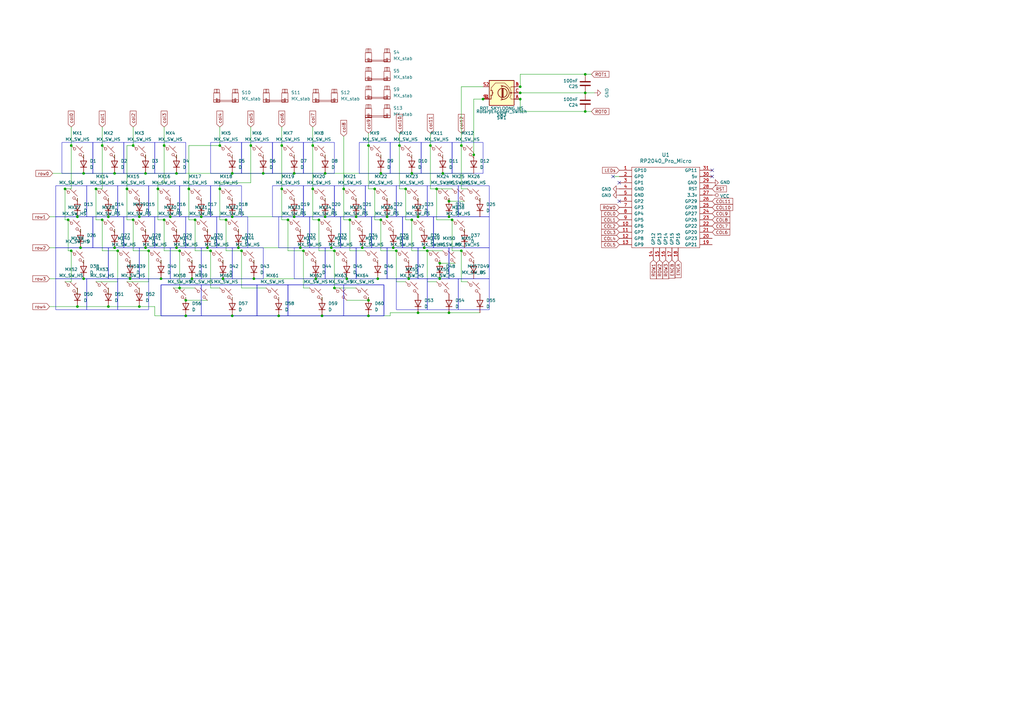
<source format=kicad_sch>
(kicad_sch (version 20231120) (generator "eeschema") (generator_version "8.0")
  (paper "A3")
  (title_block (title "Memoria") (date "2023-01-02") (rev "2.0") (company "Designed by Shinkai Mayano - Original by Evan Sailer (Trashman)") (comment 1 "> Debug pins are omitted since the USB bootloader is baked into the ROM of the chip.") (comment 2 "> RP2040 MCU w/ 16MBs (128Mbs) of flash storage.") (comment 3 "> Jetvan & Minisub layouts w/ integrated RGB indicators.") (comment 4 "A hotswap drop-in PCB for the V4N4G0N family of keyboards."))
  (junction (at 92.71 90.17))
  (junction (at 57.15 88.9))
  (junction (at 129.54 114.3))
  (junction (at 80.01 90.17))
  (junction (at 115.57 59.69))
  (junction (at 213.36 35.56))
  (junction (at 143.51 90.17))
  (junction (at 67.31 59.69))
  (junction (at -62.23 1.27))
  (junction (at 135.89 101.6))
  (junction (at 198.12 40.64))
  (junction (at 107.95 71.12))
  (junction (at 133.35 71.12))
  (junction (at 168.91 90.17))
  (junction (at 102.87 59.69))
  (junction (at -35.56 6.35))
  (junction (at 29.21 59.69))
  (junction (at 128.27 59.69))
  (junction (at 27.94 90.17))
  (junction (at 154.94 114.3))
  (junction (at 95.25 129.54))
  (junction (at 99.06 102.87))
  (junction (at 31.75 88.9))
  (junction (at 34.29 71.12))
  (junction (at 179.07 77.47))
  (junction (at 140.97 77.47))
  (junction (at 60.96 102.87))
  (junction (at 91.44 114.3))
  (junction (at 124.46 102.87))
  (junction (at 48.26 102.87))
  (junction (at 132.08 129.54))
  (junction (at 180.34 114.3))
  (junction (at 151.13 59.69))
  (junction (at 128.27 77.47))
  (junction (at 29.21 102.87))
  (junction (at -62.23 16.51))
  (junction (at 158.75 88.9))
  (junction (at 95.25 88.9))
  (junction (at 213.36 40.64))
  (junction (at 137.16 102.87))
  (junction (at 173.99 101.6))
  (junction (at -35.56 11.43))
  (junction (at 44.45 125.73))
  (junction (at 78.74 114.3))
  (junction (at 64.77 77.47))
  (junction (at 77.47 77.47))
  (junction (at 168.91 71.12))
  (junction (at 171.45 88.9))
  (junction (at 240.03 38.1))
  (junction (at 163.83 59.69))
  (junction (at 44.45 88.9))
  (junction (at 46.99 71.12))
  (junction (at 156.21 71.12))
  (junction (at 189.23 59.69))
  (junction (at 162.56 102.87))
  (junction (at 176.53 59.69))
  (junction (at 82.55 88.9))
  (junction (at 185.42 90.17))
  (junction (at 151.13 123.19))
  (junction (at 184.15 82.55))
  (junction (at 167.64 114.3))
  (junction (at 156.21 90.17))
  (junction (at 41.91 59.69))
  (junction (at 120.65 88.9))
  (junction (at 90.17 77.47))
  (junction (at 240.03 30.48))
  (junction (at 175.26 102.87))
  (junction (at 118.11 90.17))
  (junction (at 130.81 90.17))
  (junction (at 73.66 118.11))
  (junction (at 57.15 125.73))
  (junction (at 76.2 123.19))
  (junction (at 133.35 88.9))
  (junction (at 189.23 102.87))
  (junction (at 97.79 101.6))
  (junction (at 151.13 129.54))
  (junction (at 104.14 114.3))
  (junction (at 115.57 77.47))
  (junction (at -62.23 8.89))
  (junction (at 120.65 71.12))
  (junction (at 31.75 125.73))
  (junction (at 66.04 114.3))
  (junction (at 67.31 90.17))
  (junction (at 148.59 101.6))
  (junction (at 123.19 101.6))
  (junction (at 181.61 71.12))
  (junction (at 86.36 102.87))
  (junction (at 69.85 88.9))
  (junction (at 59.69 71.12))
  (junction (at 85.09 101.6))
  (junction (at 46.99 101.6))
  (junction (at 52.07 77.47))
  (junction (at 180.34 107.95))
  (junction (at 34.29 114.3))
  (junction (at 240.03 45.72))
  (junction (at 90.17 59.69))
  (junction (at 53.34 114.3))
  (junction (at 76.2 129.54))
  (junction (at 184.15 128.27))
  (junction (at 137.16 118.11))
  (junction (at 184.15 88.9))
  (junction (at 59.69 101.6))
  (junction (at 26.67 77.47))
  (junction (at 142.24 114.3))
  (junction (at 39.37 77.47))
  (junction (at 73.66 102.87))
  (junction (at 153.67 77.47))
  (junction (at 146.05 88.9))
  (junction (at 95.25 71.12))
  (junction (at 171.45 128.27))
  (junction (at -20.32 6.35))
  (junction (at 72.39 101.6))
  (junction (at 54.61 90.17))
  (junction (at 33.02 101.6))
  (junction (at 166.37 77.47))
  (junction (at 194.31 63.5))
  (junction (at 213.36 38.1))
  (junction (at 54.61 59.69))
  (junction (at 114.3 129.54))
  (junction (at 161.29 101.6))
  (junction (at 72.39 71.12))
  (junction (at -35.56 8.89))
  (junction (at 41.91 90.17))
  (no_connect (at 254 74.93))
  (no_connect (at 292.1 72.39))
  (no_connect (at 254 82.55))
  (no_connect (at 251.46 72.39))
  (no_connect (at 292.1 69.85))
  (wire (pts (xy 140.97 55.88) (xy 140.97 77.47)))
  (wire (pts (xy 176.53 77.47) (xy 179.07 77.47)))
  (wire (pts (xy 118.11 102.87) (xy 124.46 102.87)))
  (wire (pts (xy 57.15 118.11) (xy 57.15 120.65)))
  (wire (pts (xy 163.83 77.47) (xy 163.83 59.69)))
  (wire (pts (xy 86.36 102.87) (xy 80.01 102.87)))
  (wire (pts (xy 57.15 125.73) (xy 63.5 125.73)))
  (wire (pts (xy 158.75 81.28) (xy 158.75 82.55)))
  (wire (pts (xy 115.57 77.47) (xy 115.57 90.17)))
  (wire (pts (xy 104.14 106.68) (xy 104.14 107.95)))
  (wire (pts (xy 53.34 106.68) (xy 53.34 107.95)))
  (wire (pts (xy 191.77 77.47) (xy 189.23 77.47)))
  (wire (pts (xy 176.53 54.61) (xy 176.53 59.69)))
  (wire (pts (xy 124.46 102.87) (xy 124.46 118.11)))
  (wire (pts (xy 142.24 106.68) (xy 142.24 107.95)))
  (wire (pts (xy 33.02 93.98) (xy 33.02 95.25)))
  (wire (pts (xy 69.85 88.9) (xy 82.55 88.9)))
  (wire (pts (xy 173.99 101.6) (xy 190.5 101.6)))
  (wire (pts (xy 76.2 121.92) (xy 76.2 123.19)))
  (wire (pts (xy 171.45 88.9) (xy 184.15 88.9)))
  (wire (pts (xy 31.75 88.9) (xy 44.45 88.9)))
  (wire (pts (xy -64.77 1.27) (xy -62.23 1.27)))
  (wire (pts (xy 59.69 101.6) (xy 72.39 101.6)))
  (wire (pts (xy 185.42 102.87) (xy 189.23 102.87)))
  (wire (pts (xy 185.42 90.17) (xy 185.42 102.87)))
  (wire (pts (xy 72.39 93.98) (xy 72.39 95.25)))
  (wire (pts (xy 162.56 115.57) (xy 166.37 115.57)))
  (wire (pts (xy 97.79 101.6) (xy 123.19 101.6)))
  (wire (pts (xy 189.23 35.56) (xy 198.12 35.56)))
  (wire (pts (xy 179.07 115.57) (xy 175.26 115.57)))
  (wire (pts (xy 128.27 90.17) (xy 128.27 77.47)))
  (wire (pts (xy 161.29 101.6) (xy 173.99 101.6)))
  (wire (pts (xy 175.26 102.87) (xy 168.91 102.87)))
  (wire (pts (xy 20.32 114.3) (xy 34.29 114.3)))
  (wire (pts (xy 189.23 77.47) (xy 189.23 59.69)))
  (wire (pts (xy 67.31 102.87) (xy 73.66 102.87)))
  (wire (pts (xy 52.07 77.47) (xy 52.07 59.69)))
  (wire (pts (xy 63.5 129.54) (xy 76.2 129.54)))
  (wire (pts (xy 67.31 59.69) (xy 67.31 74.93)))
  (wire (pts (xy 120.65 63.5) (xy 120.65 64.77)))
  (wire (pts (xy 120.65 88.9) (xy 133.35 88.9)))
  (wire (pts (xy 156.21 71.12) (xy 168.91 71.12)))
  (wire (pts (xy 137.16 102.87) (xy 137.16 118.11)))
  (wire (pts (xy 72.39 71.12) (xy 95.25 71.12)))
  (wire (pts (xy 168.91 102.87) (xy 168.91 90.17)))
  (wire (pts (xy 130.81 90.17) (xy 128.27 90.17)))
  (wire (pts (xy 213.36 35.56) (xy 213.36 30.48)))
  (wire (pts (xy 46.99 71.12) (xy 59.69 71.12)))
  (wire (pts (xy 242.57 45.72) (xy 240.03 45.72)))
  (wire (pts (xy 52.07 115.57) (xy 60.96 115.57)))
  (wire (pts (xy 240.03 45.72) (xy 213.36 45.72)))
  (wire (pts (xy 151.13 77.47) (xy 153.67 77.47)))
  (wire (pts (xy 33.02 101.6) (xy 46.99 101.6)))
  (wire (pts (xy -35.56 1.27) (xy -35.56 6.35)))
  (wire (pts (xy 158.75 88.9) (xy 171.45 88.9)))
  (wire (pts (xy 133.35 63.5) (xy 133.35 64.77)))
  (wire (pts (xy 72.39 101.6) (xy 85.09 101.6)))
  (wire (pts (xy 242.57 30.48) (xy 240.03 30.48)))
  (wire (pts (xy 156.21 102.87) (xy 162.56 102.87)))
  (wire (pts (xy 41.91 90.17) (xy 41.91 102.87)))
  (wire (pts (xy -35.56 11.43) (xy -35.56 16.51)))
  (wire (pts (xy 59.69 93.98) (xy 59.69 95.25)))
  (wire (pts (xy 73.66 118.11) (xy 71.12 118.11)))
  (wire (pts (xy 154.94 106.68) (xy 154.94 107.95)))
  (wire (pts (xy 85.09 123.19) (xy 76.2 123.19)))
  (wire (pts (xy 151.13 121.92) (xy 151.13 123.19)))
  (wire (pts (xy 85.09 93.98) (xy 85.09 95.25)))
  (wire (pts (xy 156.21 90.17) (xy 156.21 102.87)))
  (wire (pts (xy 102.87 74.93) (xy 90.17 74.93)))
  (wire (pts (xy 76.2 129.54) (xy 95.25 129.54)))
  (wire (pts (xy 29.21 115.57) (xy 26.67 115.57)))
  (wire (pts (xy 53.34 114.3) (xy 66.04 114.3)))
  (wire (pts (xy 143.51 102.87) (xy 149.86 102.87)))
  (wire (pts (xy 115.57 90.17) (xy 118.11 90.17)))
  (wire (pts (xy 171.45 128.27) (xy 184.15 128.27)))
  (wire (pts (xy 153.67 90.17) (xy 156.21 90.17)))
  (wire (pts (xy 60.96 102.87) (xy 54.61 102.87)))
  (wire (pts (xy 240.03 38.1) (xy 213.36 38.1)))
  (wire (pts (xy 114.3 121.92) (xy 114.3 123.19)))
  (wire (pts (xy 48.26 102.87) (xy 48.26 115.57)))
  (wire (pts (xy 95.25 121.92) (xy 95.25 123.19)))
  (wire (pts (xy 151.13 129.54) (xy 160.02 129.54)))
  (wire (pts (xy 80.01 118.11) (xy 73.66 118.11)))
  (wire (pts (xy 194.31 106.68) (xy 194.31 107.95)))
  (wire (pts (xy 180.34 106.68) (xy 180.34 107.95)))
  (wire (pts (xy 41.91 102.87) (xy 48.26 102.87)))
  (wire (pts (xy 54.61 102.87) (xy 54.61 90.17)))
  (wire (pts (xy 189.23 102.87) (xy 189.23 115.57)))
  (wire (pts (xy 26.67 90.17) (xy 27.94 90.17)))
  (wire (pts (xy 31.75 118.11) (xy 31.75 120.65)))
  (wire (pts (xy -62.23 16.51) (xy -35.56 16.51)))
  (wire (pts (xy -20.32 6.35) (xy -17.78 6.35)))
  (wire (pts (xy 95.25 129.54) (xy 114.3 129.54)))
  (wire (pts (xy 120.65 71.12) (xy 133.35 71.12)))
  (wire (pts (xy 128.27 52.07) (xy 128.27 59.69)))
  (wire (pts (xy 31.75 81.28) (xy 31.75 82.55)))
  (wire (pts (xy 137.16 118.11) (xy 146.05 118.11)))
  (wire (pts (xy 115.57 59.69) (xy 115.57 77.47)))
  (wire (pts (xy 133.35 88.9) (xy 146.05 88.9)))
  (wire (pts (xy 60.96 115.57) (xy 60.96 102.87)))
  (wire (pts (xy 41.91 59.69) (xy 41.91 77.47)))
  (wire (pts (xy 146.05 88.9) (xy 158.75 88.9)))
  (wire (pts (xy 148.59 93.98) (xy 148.59 95.25)))
  (wire (pts (xy 151.13 59.69) (xy 151.13 77.47)))
  (wire (pts (xy 243.84 38.1) (xy 240.03 38.1)))
  (wire (pts (xy 20.32 101.6) (xy 33.02 101.6)))
  (wire (pts (xy 118.11 90.17) (xy 118.11 102.87)))
  (wire (pts (xy 140.97 90.17) (xy 143.51 90.17)))
  (wire (pts (xy 194.31 63.5) (xy 194.31 64.77)))
  (wire (pts (xy 92.71 90.17) (xy 92.71 102.87)))
  (wire (pts (xy 102.87 59.69) (xy 102.87 74.93)))
  (wire (pts (xy 114.3 129.54) (xy 132.08 129.54)))
  (wire (pts (xy 52.07 90.17) (xy 52.07 77.47)))
  (wire (pts (xy 179.07 77.47) (xy 179.07 90.17)))
  (wire (pts (xy 160.02 128.27) (xy 171.45 128.27)))
  (wire (pts (xy 142.24 114.3) (xy 154.94 114.3)))
  (wire (pts (xy 77.47 90.17) (xy 77.47 77.47)))
  (wire (pts (xy 91.44 114.3) (xy 104.14 114.3)))
  (wire (pts (xy 184.15 88.9) (xy 196.85 88.9)))
  (wire (pts (xy 57.15 88.9) (xy 69.85 88.9)))
  (wire (pts (xy 86.36 118.11) (xy 86.36 102.87)))
  (wire (pts (xy 123.19 93.98) (xy 123.19 95.25)))
  (wire (pts (xy 175.26 115.57) (xy 175.26 102.87)))
  (wire (pts (xy 78.74 114.3) (xy 91.44 114.3)))
  (wire (pts (xy 34.29 114.3) (xy 53.34 114.3)))
  (wire (pts (xy 46.99 93.98) (xy 46.99 95.25)))
  (wire (pts (xy 44.45 125.73) (xy 57.15 125.73)))
  (wire (pts (xy 27.94 90.17) (xy 27.94 102.87)))
  (wire (pts (xy 151.13 54.61) (xy 151.13 59.69)))
  (wire (pts (xy 46.99 63.5) (xy 46.99 64.77)))
  (wire (pts (xy 143.51 90.17) (xy 143.51 102.87)))
  (wire (pts (xy 132.08 129.54) (xy 151.13 129.54)))
  (wire (pts (xy 26.67 77.47) (xy 26.67 90.17)))
  (wire (pts (xy 133.35 71.12) (xy 156.21 71.12)))
  (wire (pts (xy 154.94 114.3) (xy 167.64 114.3)))
  (wire (pts (xy 213.36 45.72) (xy 213.36 40.64)))
  (wire (pts (xy 162.56 102.87) (xy 162.56 115.57)))
  (wire (pts (xy 129.54 114.3) (xy 142.24 114.3)))
  (wire (pts (xy 97.79 93.98) (xy 97.79 95.25)))
  (wire (pts (xy 95.25 63.5) (xy 95.25 64.77)))
  (wire (pts (xy 54.61 52.07) (xy 54.61 59.69)))
  (wire (pts (xy 133.35 81.28) (xy 133.35 82.55)))
  (wire (pts (xy 78.74 106.68) (xy 78.74 107.95)))
  (wire (pts (xy 91.44 106.68) (xy 91.44 107.95)))
  (wire (pts (xy 167.64 106.68) (xy 167.64 107.95)))
  (wire (pts (xy 44.45 88.9) (xy 57.15 88.9)))
  (wire (pts (xy 95.25 81.28) (xy 95.25 82.55)))
  (wire (pts (xy 52.07 59.69) (xy 54.61 59.69)))
  (wire (pts (xy 142.24 123.19) (xy 151.13 123.19)))
  (wire (pts (xy 124.46 118.11) (xy 127 118.11)))
  (wire (pts (xy 90.17 118.11) (xy 86.36 118.11)))
  (wire (pts (xy 31.75 125.73) (xy 44.45 125.73)))
  (wire (pts (xy 189.23 115.57) (xy 191.77 115.57)))
  (wire (pts (xy 90.17 77.47) (xy 90.17 90.17)))
  (wire (pts (xy 160.02 129.54) (xy 160.02 128.27)))
  (wire (pts (xy 120.65 81.28) (xy 120.65 82.55)))
  (wire (pts (xy 168.91 90.17) (xy 166.37 90.17)))
  (wire (pts (xy 44.45 118.11) (xy 44.45 120.65)))
  (wire (pts (xy 140.97 77.47) (xy 140.97 90.17)))
  (wire (pts (xy 80.01 102.87) (xy 80.01 90.17)))
  (wire (pts (xy 46.99 101.6) (xy 59.69 101.6)))
  (wire (pts (xy 132.08 121.92) (xy 132.08 123.19)))
  (wire (pts (xy 82.55 81.28) (xy 82.55 82.55)))
  (wire (pts (xy 67.31 90.17) (xy 67.31 102.87)))
  (wire (pts (xy 27.94 102.87) (xy 29.21 102.87)))
  (wire (pts (xy 128.27 59.69) (xy 128.27 77.47)))
  (wire (pts (xy 135.89 101.6) (xy 148.59 101.6)))
  (wire (pts (xy 107.95 63.5) (xy 107.95 64.77)))
  (wire (pts (xy 64.77 77.47) (xy 64.77 90.17)))
  (wire (pts (xy -66.04 8.89) (xy -62.23 8.89)))
  (wire (pts (xy 196.85 81.28) (xy 196.85 82.55)))
  (wire (pts (xy 180.34 114.3) (xy 194.31 114.3)))
  (wire (pts (xy 189.23 35.56) (xy 189.23 59.69)))
  (wire (pts (xy 130.81 102.87) (xy 130.81 90.17)))
  (wire (pts (xy 59.69 71.12) (xy 72.39 71.12)))
  (wire (pts (xy 190.5 82.55) (xy 184.15 82.55)))
  (wire (pts (xy 20.32 125.73) (xy 31.75 125.73)))
  (wire (pts (xy 80.01 90.17) (xy 77.47 90.17)))
  (wire (pts (xy 137.16 102.87) (xy 130.81 102.87)))
  (wire (pts (xy 194.31 40.64) (xy 194.31 63.5)))
  (wire (pts (xy 171.45 81.28) (xy 171.45 82.55)))
  (wire (pts (xy 107.95 71.12) (xy 120.65 71.12)))
  (wire (pts (xy 166.37 90.17) (xy 166.37 77.47)))
  (wire (pts (xy 57.15 81.28) (xy 57.15 82.55)))
  (wire (pts (xy 95.25 71.12) (xy 107.95 71.12)))
  (wire (pts (xy 95.25 88.9) (xy 120.65 88.9)))
  (wire (pts (xy 181.61 71.12) (xy 194.31 71.12)))
  (wire (pts (xy 156.21 63.5) (xy 156.21 64.77)))
  (wire (pts (xy 190.5 93.98) (xy 190.5 95.25)))
  (wire (pts (xy 48.26 115.57) (xy 39.37 115.57)))
  (wire (pts (xy 181.61 63.5) (xy 181.61 64.77)))
  (wire (pts (xy 251.46 72.39) (xy 254 72.39)))
  (wire (pts (xy 67.31 52.07) (xy 67.31 59.69)))
  (wire (pts (xy 148.59 101.6) (xy 161.29 101.6)))
  (wire (pts (xy 39.37 90.17) (xy 41.91 90.17)))
  (wire (pts (xy 85.09 101.6) (xy 97.79 101.6)))
  (wire (pts (xy 66.04 106.68) (xy 66.04 107.95)))
  (wire (pts (xy 21.59 71.12) (xy 34.29 71.12)))
  (wire (pts (xy 166.37 77.47) (xy 163.83 77.47)))
  (wire (pts (xy 34.29 63.5) (xy 34.29 64.77)))
  (wire (pts (xy 69.85 81.28) (xy 69.85 82.55)))
  (wire (pts (xy 41.91 77.47) (xy 39.37 77.47)))
  (wire (pts (xy 168.91 71.12) (xy 181.61 71.12)))
  (wire (pts (xy 44.45 81.28) (xy 44.45 82.55)))
  (wire (pts (xy -20.32 11.43) (xy -12.7 11.43)))
  (wire (pts (xy 92.71 102.87) (xy 99.06 102.87)))
  (wire (pts (xy 90.17 90.17) (xy 92.71 90.17)))
  (wire (pts (xy 29.21 52.07) (xy 29.21 59.69)))
  (wire (pts (xy 29.21 102.87) (xy 29.21 115.57)))
  (wire (pts (xy 129.54 106.68) (xy 129.54 107.95)))
  (wire (pts (xy 102.87 52.07) (xy 102.87 59.69)))
  (wire (pts (xy 104.14 114.3) (xy 129.54 114.3)))
  (wire (pts (xy 77.47 59.69) (xy 90.17 59.69)))
  (wire (pts (xy 99.06 102.87) (xy 99.06 118.11)))
  (wire (pts (xy 240.03 30.48) (xy 213.36 30.48)))
  (wire (pts (xy 176.53 59.69) (xy 176.53 77.47)))
  (wire (pts (xy 161.29 93.98) (xy 161.29 95.25)))
  (wire (pts (xy 67.31 74.93) (xy 64.77 74.93)))
  (wire (pts (xy 54.61 90.17) (xy 52.07 90.17)))
  (wire (pts (xy 185.42 77.47) (xy 179.07 77.47)))
  (wire (pts (xy 167.64 114.3) (xy 180.34 114.3)))
  (wire (pts (xy 64.77 74.93) (xy 64.77 77.47)))
  (wire (pts (xy 135.89 93.98) (xy 135.89 95.25)))
  (wire (pts (xy 29.21 59.69) (xy 29.21 77.47)))
  (wire (pts (xy 194.31 40.64) (xy 198.12 40.64)))
  (wire (pts (xy 41.91 52.07) (xy 41.91 59.69)))
  (wire (pts (xy 34.29 71.12) (xy 46.99 71.12)))
  (wire (pts (xy 34.29 106.68) (xy 34.29 107.95)))
  (wire (pts (xy 90.17 74.93) (xy 90.17 77.47)))
  (wire (pts (xy 123.19 101.6) (xy 135.89 101.6)))
  (wire (pts (xy 63.5 125.73) (xy 63.5 129.54)))
  (wire (pts (xy -64.77 16.51) (xy -62.23 16.51)))
  (wire (pts (xy 64.77 90.17) (xy 67.31 90.17)))
  (wire (pts (xy 184.15 81.28) (xy 184.15 82.55)))
  (wire (pts (xy 179.07 90.17) (xy 185.42 90.17)))
  (wire (pts (xy -62.23 1.27) (xy -35.56 1.27)))
  (wire (pts (xy 99.06 118.11) (xy 109.22 118.11)))
  (wire (pts (xy 153.67 77.47) (xy 153.67 90.17)))
  (wire (pts (xy 39.37 77.47) (xy 39.37 90.17)))
  (wire (pts (xy -62.23 8.89) (xy -35.56 8.89)))
  (wire (pts (xy 29.21 77.47) (xy 26.67 77.47)))
  (wire (pts (xy 82.55 88.9) (xy 95.25 88.9)))
  (wire (pts (xy 173.99 93.98) (xy 173.99 95.25)))
  (wire (pts (xy 115.57 52.07) (xy 115.57 59.69)))
  (wire (pts (xy 163.83 54.61) (xy 163.83 59.69)))
  (wire (pts (xy 20.32 88.9) (xy 31.75 88.9)))
  (wire (pts (xy 72.39 63.5) (xy 72.39 64.77)))
  (wire (pts (xy 66.04 114.3) (xy 78.74 114.3)))
  (wire (pts (xy 59.69 63.5) (xy 59.69 64.77)))
  (wire (pts (xy 73.66 102.87) (xy 73.66 118.11)))
  (wire (pts (xy 184.15 128.27) (xy 196.85 128.27)))
  (wire (pts (xy 77.47 77.47) (xy 77.47 59.69)))
  (wire (pts (xy 168.91 63.5) (xy 168.91 64.77)))
  (wire (pts (xy 90.17 52.07) (xy 90.17 59.69)))
  (wire (pts (xy 146.05 81.28) (xy 146.05 82.55)))
  (wire (pts (xy 186.69 107.95) (xy 180.34 107.95)))
  (wire (pts (xy 181.61 102.87) (xy 175.26 102.87)))
  (rectangle (start 60.96 76.2) (end 73.66 88.9))
  (rectangle (start 127 88.9) (end 139.7 101.6))
  (rectangle (start 160.02 58.42) (end 172.72 71.12))
  (rectangle (start 25.4 58.42) (end 38.1 71.12))
  (rectangle (start 63.5 58.42) (end 76.2 71.12))
  (rectangle (start 48.26 76.2) (end 60.96 88.9))
  (rectangle (start 44.45 101.6) (end 57.15 114.3))
  (rectangle (start 140.97 116.84) (end 157.48 129.54))
  (rectangle (start 82.55 116.84) (end 105.41 129.54))
  (rectangle (start 124.46 58.42) (end 137.16 71.12))
  (rectangle (start 175.26 114.3) (end 187.96 127))
  (rectangle (start 162.56 114.3) (end 175.26 127))
  (rectangle (start 82.55 101.6) (end 95.25 114.3))
  (rectangle (start 171.45 101.6) (end 184.15 114.3))
  (rectangle (start 35.56 114.3) (end 48.26 127))
  (rectangle (start 35.56 76.2) (end 48.26 88.9))
  (rectangle (start 22.86 88.9) (end 38.1 101.6))
  (rectangle (start 111.76 76.2) (end 124.46 88.9))
  (rectangle (start 38.1 88.9) (end 50.8 101.6))
  (rectangle (start 158.75 101.6) (end 171.45 114.3))
  (rectangle (start 86.36 58.42) (end 99.06 71.12))
  (rectangle (start 124.46 76.2) (end 137.16 88.9))
  (rectangle (start 95.25 101.6) (end 107.95 114.3))
  (rectangle (start 165.1 88.9) (end 177.8 101.6))
  (rectangle (start 86.36 76.2) (end 99.06 88.9))
  (rectangle (start 111.76 58.42) (end 124.46 71.12))
  (rectangle (start 118.11 116.84) (end 140.97 129.54))
  (rectangle (start 38.1 58.42) (end 50.8 71.12))
  (rectangle (start 187.96 114.3) (end 200.66 127))
  (rectangle (start 133.35 101.6) (end 146.05 114.3))
  (rectangle (start 105.41 116.84) (end 118.11 129.54))
  (rectangle (start 120.65 101.6) (end 133.35 114.3))
  (rectangle (start 48.26 114.3) (end 60.96 127))
  (rectangle (start 66.04 116.84) (end 157.48 129.54))
  (rectangle (start 88.9 88.9) (end 101.6 101.6))
  (rectangle (start 50.8 88.9) (end 63.5 101.6))
  (rectangle (start 137.16 76.2) (end 149.86 88.9))
  (rectangle (start 99.06 58.42) (end 111.76 71.12))
  (rectangle (start 22.86 101.6) (end 44.45 114.3))
  (rectangle (start 152.4 88.9) (end 165.1 101.6))
  (rectangle (start 76.2 88.9) (end 88.9 101.6))
  (rectangle (start 175.26 76.2) (end 187.96 88.9))
  (rectangle (start 57.15 101.6) (end 69.85 114.3))
  (rectangle (start 162.56 76.2) (end 175.26 88.9))
  (rectangle (start 149.86 76.2) (end 162.56 88.9))
  (rectangle (start 146.05 101.6) (end 158.75 114.3))
  (rectangle (start 139.7 88.9) (end 152.4 101.6))
  (rectangle (start 69.85 101.6) (end 82.55 114.3))
  (rectangle (start 147.32 58.42) (end 160.02 71.12))
  (rectangle (start 73.66 76.2) (end 86.36 88.9))
  (rectangle (start 172.72 58.42) (end 185.42 71.12))
  (rectangle (start 22.86 114.3) (end 35.56 127))
  (rectangle (start 63.5 88.9) (end 76.2 101.6))
  (rectangle (start 66.04 116.84) (end 82.55 129.54))
  (rectangle (start 114.3 88.9) (end 127 101.6))
  (rectangle (start 177.8 88.9) (end 200.66 101.6))
  (rectangle (start 185.42 58.42) (end 198.12 71.12))
  (rectangle (start 22.86 76.2) (end 35.56 88.9))
  (rectangle (start 50.8 58.42) (end 63.5 71.12))
  (rectangle (start 187.96 76.2) (end 200.66 88.9))
  (rectangle (start 184.15 101.6) (end 200.66 114.3))
  (global_label "col11" (shape input) (at 176.53 54.61 90) (property "Intersheetrefs" "${INTERSHEET_REFS}" (effects (hide yes))))
  (global_label "COL2" (shape input) (at 254 92.71 180) (property "Intersheetrefs" "${INTERSHEET_REFS}" (effects (hide yes))))
  (global_label "ENCA" (shape input) (at 278.13 106.68 270) (property "Intersheetrefs" "${INTERSHEET_REFS}" (effects (hide yes))))
  (global_label "COL5" (shape input) (at 254 100.33 180) (property "Intersheetrefs" "${INTERSHEET_REFS}" (effects (hide yes))))
  (global_label "col10" (shape input) (at 163.83 54.61 90) (property "Intersheetrefs" "${INTERSHEET_REFS}" (effects (hide yes))))
  (global_label "ROT1" (shape input) (at 242.57 30.48 0) (property "Intersheetrefs" "${INTERSHEET_REFS}" (effects (hide yes))))
  (global_label "col5" (shape input) (at 102.87 52.07 90) (property "Intersheetrefs" "${INTERSHEET_REFS}" (effects (hide yes))))
  (global_label "ROW0" (shape input) (at 254 85.09 180) (property "Intersheetrefs" "${INTERSHEET_REFS}" (effects (hide yes))))
  (global_label "COL0" (shape input) (at 254 87.63 180) (property "Intersheetrefs" "${INTERSHEET_REFS}" (effects (hide yes))))
  (global_label "col12" (shape input) (at 189.23 54.61 90) (property "Intersheetrefs" "${INTERSHEET_REFS}" (effects (hide yes))))
  (global_label "col8" (shape input) (at 140.97 55.88 90) (property "Intersheetrefs" "${INTERSHEET_REFS}" (effects (hide yes))))
  (global_label "col2" (shape input) (at 54.61 52.07 90) (property "Intersheetrefs" "${INTERSHEET_REFS}" (effects (hide yes))))
  (global_label "ROT2" (shape input) (at -64.77 1.27 180) (property "Intersheetrefs" "${INTERSHEET_REFS}" (effects (hide yes))))
  (global_label "row3" (shape input) (at 20.32 114.3 180) (property "Intersheetrefs" "${INTERSHEET_REFS}" (effects (hide yes))))
  (global_label "LEDs" (shape input) (at 254 69.85 180) (property "Intersheetrefs" "${INTERSHEET_REFS}" (effects (hide yes))))
  (global_label "COL9" (shape input) (at 292.1 87.63 0) (property "Intersheetrefs" "${INTERSHEET_REFS}" (effects (hide yes))))
  (global_label "COL4" (shape input) (at 254 97.79 180) (property "Intersheetrefs" "${INTERSHEET_REFS}" (effects (hide yes))))
  (global_label "ROT3" (shape input) (at -64.77 16.51 180) (property "Intersheetrefs" "${INTERSHEET_REFS}" (effects (hide yes))))
  (global_label "ROW1" (shape input) (at 267.97 106.68 270) (property "Intersheetrefs" "${INTERSHEET_REFS}" (effects (hide yes))))
  (global_label "ENCB" (shape input) (at 275.59 106.68 270) (property "Intersheetrefs" "${INTERSHEET_REFS}" (effects (hide yes))))
  (global_label "row1" (shape input) (at 20.32 88.9 180) (property "Intersheetrefs" "${INTERSHEET_REFS}" (effects (hide yes))))
  (global_label "COL6" (shape input) (at 292.1 95.25 0) (property "Intersheetrefs" "${INTERSHEET_REFS}" (effects (hide yes))))
  (global_label "col3" (shape input) (at 67.31 52.07 90) (property "Intersheetrefs" "${INTERSHEET_REFS}" (effects (hide yes))))
  (global_label "COL1" (shape input) (at 254 90.17 180) (property "Intersheetrefs" "${INTERSHEET_REFS}" (effects (hide yes))))
  (global_label "RST" (shape input) (at 292.1 77.47 0) (property "Intersheetrefs" "${INTERSHEET_REFS}" (effects (hide yes))))
  (global_label "col4" (shape input) (at 90.17 52.07 90) (property "Intersheetrefs" "${INTERSHEET_REFS}" (effects (hide yes))))
  (global_label "COL3" (shape input) (at 254 95.25 180) (property "Intersheetrefs" "${INTERSHEET_REFS}" (effects (hide yes))))
  (global_label "row0" (shape input) (at 21.59 71.12 180) (property "Intersheetrefs" "${INTERSHEET_REFS}" (effects (hide yes))))
  (global_label "col6" (shape input) (at 115.57 52.07 90) (property "Intersheetrefs" "${INTERSHEET_REFS}" (effects (hide yes))))
  (global_label "COL11" (shape input) (at 292.1 82.55 0) (property "Intersheetrefs" "${INTERSHEET_REFS}" (effects (hide yes))))
  (global_label "COL10" (shape input) (at 292.1 85.09 0) (property "Intersheetrefs" "${INTERSHEET_REFS}" (effects (hide yes))))
  (global_label "col9" (shape input) (at 151.13 54.61 90) (property "Intersheetrefs" "${INTERSHEET_REFS}" (effects (hide yes))))
  (global_label "row4" (shape input) (at 20.32 125.73 180) (property "Intersheetrefs" "${INTERSHEET_REFS}" (effects (hide yes))))
  (global_label "col7" (shape input) (at 128.27 52.07 90) (property "Intersheetrefs" "${INTERSHEET_REFS}" (effects (hide yes))))
  (global_label "col0" (shape input) (at 29.21 52.07 90) (property "Intersheetrefs" "${INTERSHEET_REFS}" (effects (hide yes))))
  (global_label "ROT0" (shape input) (at 242.57 45.72 0) (property "Intersheetrefs" "${INTERSHEET_REFS}" (effects (hide yes))))
  (global_label "row2" (shape input) (at 20.32 101.6 180) (property "Intersheetrefs" "${INTERSHEET_REFS}" (effects (hide yes))))
  (global_label "ROW3" (shape input) (at 273.05 106.68 270) (property "Intersheetrefs" "${INTERSHEET_REFS}" (effects (hide yes))))
  (global_label "COL7" (shape input) (at 292.1 92.71 0) (property "Intersheetrefs" "${INTERSHEET_REFS}" (effects (hide yes))))
  (global_label "COL8" (shape input) (at 292.1 90.17 0) (property "Intersheetrefs" "${INTERSHEET_REFS}" (effects (hide yes))))
  (global_label "col1" (shape input) (at 41.91 52.07 90) (property "Intersheetrefs" "${INTERSHEET_REFS}" (effects (hide yes))))
  (global_label "ROW2" (shape input) (at 270.51 106.68 270) (property "Intersheetrefs" "${INTERSHEET_REFS}" (effects (hide yes))))
  (symbol (lib_id "PCM_marbastlib-mx:MX_SW_HS_CPG151101S11") (at 118.11 80.01 0) (unit 1)
    (property "Reference" "MX19" (at 118.11 72.39 0))
    (property "Value" "MX_SW_HS" (at 118.11 74.93 0))
    (property "Footprint" "PCM_marbastlib-mx:SW_MX_HS_CPG151101S11_1u" (effects (hide yes)))
    (property "Description" "Push button switch, normally open, two pins, 45° tilted, Kailh CPG151101S11 for Cherry MX style switches" (effects (hide yes)))
  )
  (symbol (lib_id "Device:C") (at -62.23 5.08 0) (unit 1)
    (property "Reference" "C26" (at -59.309 3.9116 0) (effects (justify left)))
    (property "Value" "100nF" (at -59.309 6.223 0) (effects (justify left)))
    (property "Footprint" "Capacitor_SMD:C_0402_1005Metric" (effects (hide yes)))
    (property "LCSC" "C307331" (effects (hide yes)))
  )
  (symbol (lib_id "Device:D") (at 196.85 124.46 90) (unit 1)
    (property "Reference" "D55" (at 199.39 123.1899 90) (effects (justify right)))
    (property "Value" "D" (at 199.39 125.7299 90) (effects (justify right)))
    (property "Footprint" "Diode_SMD:D_SOD-123" (effects (hide yes)))
    (property "Description" "Diode" (effects (hide yes)))
    (property "Sim.Device" "D" (effects (hide yes)))
    (property "Sim.Pins" "1=K 2=A" (effects (hide yes)))
  )
  (symbol (lib_id "PCM_marbastlib-mx:MX_SW_HS_CPG151101S11") (at 92.71 80.01 0) (unit 1)
    (property "Reference" "MX18" (at 92.71 72.39 0))
    (property "Value" "MX_SW_HS" (at 92.71 74.93 0))
    (property "Footprint" "PCM_marbastlib-mx:SW_MX_HS_CPG151101S11_1u" (effects (hide yes)))
    (property "Description" "Push button switch, normally open, two pins, 45° tilted, Kailh CPG151101S11 for Cherry MX style switches" (effects (hide yes)))
  )
  (symbol (lib_id "Device:D") (at 95.25 125.73 90) (unit 1)
    (property "Reference" "D57" (at 97.79 124.4599 90) (effects (justify right)))
    (property "Value" "D" (at 97.79 126.9999 90) (effects (justify right)))
    (property "Footprint" "Diode_SMD:D_SOD-123" (effects (hide yes)))
    (property "Description" "Diode" (effects (hide yes)))
    (property "Sim.Device" "D" (effects (hide yes)))
    (property "Sim.Pins" "1=K 2=A" (effects (hide yes)))
  )
  (symbol (lib_id "PCM_marbastlib-mx:MX_SW_HS_CPG151101S11") (at 156.21 80.01 0) (unit 1)
    (property "Reference" "MX22" (at 156.21 72.39 0))
    (property "Value" "MX_SW_HS" (at 156.21 74.93 0))
    (property "Footprint" "PCM_marbastlib-mx:SW_MX_HS_CPG151101S11_1u" (effects (hide yes)))
    (property "Description" "Push button switch, normally open, two pins, 45° tilted, Kailh CPG151101S11 for Cherry MX style switches" (effects (hide yes)))
  )
  (symbol (lib_id "Device:D") (at 95.25 85.09 90) (unit 1)
    (property "Reference" "D18" (at 97.79 83.8199 90) (effects (justify right)))
    (property "Value" "D" (at 97.79 86.3599 90) (effects (justify right)))
    (property "Footprint" "Diode_SMD:D_SOD-123" (effects (hide yes)))
    (property "Description" "Diode" (effects (hide yes)))
    (property "Sim.Device" "D" (effects (hide yes)))
    (property "Sim.Pins" "1=K 2=A" (effects (hide yes)))
  )
  (symbol (lib_id "PCM_marbastlib-mx:MX_SW_HS_CPG151101S11") (at 166.37 62.23 0) (unit 1)
    (property "Reference" "MX10" (at 166.37 54.61 0))
    (property "Value" "MX_SW_HS" (at 166.37 57.15 0))
    (property "Footprint" "PCM_marbastlib-mx:SW_MX_HS_CPG151101S11_1u" (effects (hide yes)))
    (property "Description" "Push button switch, normally open, two pins, 45° tilted, Kailh CPG151101S11 for Cherry MX style switches" (effects (hide yes)))
  )
  (symbol (lib_id "Device:D") (at 31.75 121.92 90) (unit 1)
    (property "Reference" "D50" (at 34.29 120.6499 90) (effects (justify right)))
    (property "Value" "D" (at 34.29 123.1899 90) (effects (justify right)))
    (property "Footprint" "Diode_SMD:D_SOD-123" (effects (hide yes)))
    (property "Description" "Diode" (effects (hide yes)))
    (property "Sim.Device" "D" (effects (hide yes)))
    (property "Sim.Pins" "1=K 2=A" (effects (hide yes)))
  )
  (symbol (lib_id "PCM_marbastlib-mx:MX_SW_HS_CPG151101S11") (at 44.45 92.71 0) (unit 1)
    (property "Reference" "MX28" (at 44.45 85.09 0))
    (property "Value" "MX_SW_HS" (at 44.45 87.63 0))
    (property "Footprint" "PCM_marbastlib-mx:SW_MX_HS_CPG151101S11_1u" (effects (hide yes)))
    (property "Description" "Push button switch, normally open, two pins, 45° tilted, Kailh CPG151101S11 for Cherry MX style switches" (effects (hide yes)))
  )
  (symbol (lib_id "Device:D") (at 46.99 67.31 90) (unit 1)
    (property "Reference" "D2" (at 49.53 66.0399 90) (effects (justify right)))
    (property "Value" "D" (at 49.53 68.5799 90) (effects (justify right)))
    (property "Footprint" "Diode_SMD:D_SOD-123" (effects (hide yes)))
    (property "Description" "Diode" (effects (hide yes)))
    (property "Sim.Device" "D" (effects (hide yes)))
    (property "Sim.Pins" "1=K 2=A" (effects (hide yes)))
  )
  (symbol (lib_id "PCM_marbastlib-mx:MX_SW_HS_CPG151101S11") (at 76.2 105.41 0) (unit 1)
    (property "Reference" "MX42" (at 76.2 97.79 0))
    (property "Value" "MX_SW_HS" (at 76.2 100.33 0))
    (property "Footprint" "PCM_marbastlib-mx:SW_MX_HS_CPG151101S11_1u" (effects (hide yes)))
    (property "Description" "Push button switch, normally open, two pins, 45° tilted, Kailh CPG151101S11 for Cherry MX style switches" (effects (hide yes)))
  )
  (symbol (lib_id "Device:D") (at 168.91 67.31 90) (unit 1)
    (property "Reference" "D10" (at 171.45 66.0399 90) (effects (justify right)))
    (property "Value" "D" (at 171.45 68.5799 90) (effects (justify right)))
    (property "Footprint" "Diode_SMD:D_SOD-123" (effects (hide yes)))
    (property "Description" "Diode" (effects (hide yes)))
    (property "Sim.Device" "D" (effects (hide yes)))
    (property "Sim.Pins" "1=K 2=A" (effects (hide yes)))
  )
  (symbol (lib_id "Device:D") (at 132.08 125.73 90) (unit 1)
    (property "Reference" "D59" (at 134.62 124.4599 90) (effects (justify right)))
    (property "Value" "D" (at 134.62 126.9999 90) (effects (justify right)))
    (property "Footprint" "Diode_SMD:D_SOD-123" (effects (hide yes)))
    (property "Description" "Diode" (effects (hide yes)))
    (property "Sim.Device" "D" (effects (hide yes)))
    (property "Sim.Pins" "1=K 2=A" (effects (hide yes)))
  )
  (symbol (lib_id "Device:D") (at 31.75 85.09 90) (unit 1)
    (property "Reference" "D13" (at 34.29 83.8199 90) (effects (justify right)))
    (property "Value" "D" (at 34.29 86.3599 90) (effects (justify right)))
    (property "Footprint" "Diode_SMD:D_SOD-123" (effects (hide yes)))
    (property "Description" "Diode" (effects (hide yes)))
    (property "Sim.Device" "D" (effects (hide yes)))
    (property "Sim.Pins" "1=K 2=A" (effects (hide yes)))
  )
  (symbol (lib_id "yampad_v2-rescue:GND-power") (at 292.1 74.93 90) (unit 1)
    (property "Reference" "#PWR01" (effects (hide yes)))
    (property "Value" "GND" (at 295.3512 74.803 90) (effects (justify right)))
  )
  (symbol (lib_id "PCM_marbastlib-mx:MX_SW_HS_CPG151101S11") (at 67.31 80.01 0) (unit 1)
    (property "Reference" "MX16" (at 67.31 72.39 0))
    (property "Value" "MX_SW_HS" (at 67.31 74.93 0))
    (property "Footprint" "PCM_marbastlib-mx:SW_MX_HS_CPG151101S11_1u" (effects (hide yes)))
    (property "Description" "Push button switch, normally open, two pins, 45° tilted, Kailh CPG151101S11 for Cherry MX style switches" (effects (hide yes)))
  )
  (symbol (lib_id "Device:D") (at 135.89 97.79 90) (unit 1)
    (property "Reference" "D33" (at 138.43 96.5199 90) (effects (justify right)))
    (property "Value" "D" (at 138.43 99.0599 90) (effects (justify right)))
    (property "Footprint" "Diode_SMD:D_SOD-123" (effects (hide yes)))
    (property "Description" "Diode" (effects (hide yes)))
    (property "Sim.Device" "D" (effects (hide yes)))
    (property "Sim.Pins" "1=K 2=A" (effects (hide yes)))
  )
  (symbol (lib_id "Device:D") (at 142.24 110.49 90) (unit 1)
    (property "Reference" "D45" (at 144.78 109.2199 90) (effects (justify right)))
    (property "Value" "D" (at 144.78 111.7599 90) (effects (justify right)))
    (property "Footprint" "Diode_SMD:D_SOD-123" (effects (hide yes)))
    (property "Description" "Diode" (effects (hide yes)))
    (property "Sim.Device" "D" (effects (hide yes)))
    (property "Sim.Pins" "1=K 2=A" (effects (hide yes)))
  )
  (symbol (lib_id "Device:D") (at 154.94 110.49 90) (unit 1)
    (property "Reference" "D46" (at 157.48 109.2199 90) (effects (justify right)))
    (property "Value" "D" (at 157.48 111.7599 90) (effects (justify right)))
    (property "Footprint" "Diode_SMD:D_SOD-123" (effects (hide yes)))
    (property "Description" "Diode" (effects (hide yes)))
    (property "Sim.Device" "D" (effects (hide yes)))
    (property "Sim.Pins" "1=K 2=A" (effects (hide yes)))
  )
  (symbol (lib_id "PCM_marbastlib-mx:MX_SW_HS_CPG151101S11") (at 82.55 92.71 0) (unit 1)
    (property "Reference" "MX31" (at 82.55 85.09 0))
    (property "Value" "MX_SW_HS" (at 82.55 87.63 0))
    (property "Footprint" "PCM_marbastlib-mx:SW_MX_HS_CPG151101S11_1u" (effects (hide yes)))
    (property "Description" "Push button switch, normally open, two pins, 45° tilted, Kailh CPG151101S11 for Cherry MX style switches" (effects (hide yes)))
  )
  (symbol (lib_id "Device:D") (at 120.65 67.31 90) (unit 1)
    (property "Reference" "D7" (at 123.19 66.0399 90) (effects (justify right)))
    (property "Value" "D" (at 123.19 68.5799 90) (effects (justify right)))
    (property "Footprint" "Diode_SMD:D_SOD-123" (effects (hide yes)))
    (property "Description" "Diode" (effects (hide yes)))
    (property "Sim.Device" "D" (effects (hide yes)))
    (property "Sim.Pins" "1=K 2=A" (effects (hide yes)))
  )
  (symbol (lib_id "PCM_marbastlib-mx:MX_SW_HS_CPG151101S11") (at 187.96 80.01 0) (unit 1)
    (property "Reference" "MX25" (at 187.96 72.39 0))
    (property "Value" "MX_SW_HS" (at 187.96 74.93 0))
    (property "Footprint" "PCM_marbastlib-mx:SW_MX_HS_CPG151101S11_1u" (effects (hide yes)))
    (property "Description" "Push button switch, normally open, two pins, 45° tilted, Kailh CPG151101S11 for Cherry MX style switches" (effects (hide yes)))
  )
  (symbol (lib_id "PCM_marbastlib-various:ROT_SKYLOONG_HS-Switch") (at -27.94 8.89 0) (unit 1) (in_bom no)
    (property "Reference" "SW4" (at -27.94 0 0))
    (property "Value" "ROT_SKYLOONG_HS" (at -27.94 2.54 0))
    (property "Footprint" "PCM_marbastlib-various:ROT_SKYLOONG_HS-Switch" (effects (hide yes)))
    (property "Datasheet" "https://skyloong.vip/products/abs-hot-swappable-knobs-madule" (effects (hide yes)))
    (property "Description" "SKYLOONG hotswap encoder module" (effects (hide yes)))
  )
  (symbol (lib_id "PCM_marbastlib-mx:MX_SW_HS_CPG151101S11") (at 120.65 92.71 0) (unit 1)
    (property "Reference" "MX33" (at 120.65 85.09 0))
    (property "Value" "MX_SW_HS" (at 120.65 87.63 0))
    (property "Footprint" "PCM_marbastlib-mx:SW_MX_HS_CPG151101S11_1u" (effects (hide yes)))
    (property "Description" "Push button switch, normally open, two pins, 45° tilted, Kailh CPG151101S11 for Cherry MX style switches" (effects (hide yes)))
  )
  (symbol (lib_id "Device:C") (at 240.03 41.91 180) (unit 1)
    (property "Reference" "C24" (at 237.109 43.0784 0) (effects (justify left)))
    (property "Value" "100nF" (at 237.109 40.767 0) (effects (justify left)))
    (property "Footprint" "Capacitor_SMD:C_0402_1005Metric" (effects (hide yes)))
    (property "LCSC" "C307331" (effects (hide yes)))
  )
  (symbol (lib_id "PCM_marbastlib-mx:MX_SW_HS_CPG151101S11") (at 69.85 92.71 0) (unit 1)
    (property "Reference" "MX30" (at 69.85 85.09 0))
    (property "Value" "MX_SW_HS" (at 69.85 87.63 0))
    (property "Footprint" "PCM_marbastlib-mx:SW_MX_HS_CPG151101S11_1u" (effects (hide yes)))
    (property "Description" "Push button switch, normally open, two pins, 45° tilted, Kailh CPG151101S11 for Cherry MX style switches" (effects (hide yes)))
  )
  (symbol (lib_id "Device:D") (at 133.35 85.09 90) (unit 1)
    (property "Reference" "D20" (at 135.89 83.8199 90) (effects (justify right)))
    (property "Value" "D" (at 135.89 86.3599 90) (effects (justify right)))
    (property "Footprint" "Diode_SMD:D_SOD-123" (effects (hide yes)))
    (property "Description" "Diode" (effects (hide yes)))
    (property "Sim.Device" "D" (effects (hide yes)))
    (property "Sim.Pins" "1=K 2=A" (effects (hide yes)))
  )
  (symbol (lib_id "PCM_marbastlib-mx:MX_SW_HS_CPG151101S11") (at 57.15 92.71 0) (unit 1)
    (property "Reference" "MX29" (at 57.15 83.82 0))
    (property "Value" "MX_SW_HS" (at 57.15 87.63 0))
    (property "Footprint" "PCM_marbastlib-mx:SW_MX_HS_CPG151101S11_1u" (effects (hide yes)))
    (property "Description" "Push button switch, normally open, two pins, 45° tilted, Kailh CPG151101S11 for Cherry MX style switches" (effects (hide yes)))
  )
  (symbol (lib_id "PCM_marbastlib-mx:MX_SW_HS_CPG151101S11") (at 184.15 105.41 0) (unit 1)
    (property "Reference" "MX50" (at 184.15 97.79 0))
    (property "Value" "MX_SW_HS" (at 184.15 100.33 0))
    (property "Footprint" "PCM_marbastlib-mx:SW_MX_HS_CPG151101S11_1u" (effects (hide yes)))
    (property "Description" "Push button switch, normally open, two pins, 45° tilted, Kailh CPG151101S11 for Cherry MX style switches" (effects (hide yes)))
  )
  (symbol (lib_id "Device:D") (at 85.09 97.79 90) (unit 1)
    (property "Reference" "D30" (at 87.63 96.5199 90) (effects (justify right)))
    (property "Value" "D" (at 87.63 99.0599 90) (effects (justify right)))
    (property "Footprint" "Diode_SMD:D_SOD-123" (effects (hide yes)))
    (property "Description" "Diode" (effects (hide yes)))
    (property "Sim.Device" "D" (effects (hide yes)))
    (property "Sim.Pins" "1=K 2=A" (effects (hide yes)))
  )
  (symbol (lib_id "PCM_marbastlib-mx:MX_stab") (at 154.94 22.86 0) (unit 1)
    (property "Reference" "S4" (at 161.29 21.4629 0) (effects (justify left)))
    (property "Value" "MX_stab" (at 161.29 24.0029 0) (effects (justify left)))
    (property "Footprint" "PCM_marbastlib-mx:STAB_MX_3u" (effects (hide yes)))
    (property "Description" "Cherry MX-style stabilizer" (effects (hide yes)))
  )
  (symbol (lib_id "PCM_marbastlib-mx:MX_SW_HS_CPG151101S11") (at 69.85 62.23 0) (unit 1)
    (property "Reference" "MX4" (at 69.85 54.61 0))
    (property "Value" "MX_SW_HS" (at 69.85 57.15 0))
    (property "Footprint" "PCM_marbastlib-mx:SW_MX_HS_CPG151101S11_1u" (effects (hide yes)))
    (property "Description" "Push button switch, normally open, two pins, 45° tilted, Kailh CPG151101S11 for Cherry MX style switches" (effects (hide yes)))
  )
  (symbol (lib_id "Device:D") (at 120.65 85.09 90) (unit 1)
    (property "Reference" "D19" (at 123.19 83.8199 90) (effects (justify right)))
    (property "Value" "D" (at 123.19 86.3599 90) (effects (justify right)))
    (property "Footprint" "Diode_SMD:D_SOD-123" (effects (hide yes)))
    (property "Description" "Diode" (effects (hide yes)))
    (property "Sim.Device" "D" (effects (hide yes)))
    (property "Sim.Pins" "1=K 2=A" (effects (hide yes)))
  )
  (symbol (lib_id "Device:D") (at 173.99 97.79 90) (unit 1)
    (property "Reference" "D36" (at 176.53 96.5199 90) (effects (justify right)))
    (property "Value" "D" (at 176.53 99.0599 90) (effects (justify right)))
    (property "Footprint" "Diode_SMD:D_SOD-123" (effects (hide yes)))
    (property "Description" "Diode" (effects (hide yes)))
    (property "Sim.Device" "D" (effects (hide yes)))
    (property "Sim.Pins" "1=K 2=A" (effects (hide yes)))
  )
  (symbol (lib_id "Device:D") (at 151.13 125.73 90) (unit 1)
    (property "Reference" "D60" (at 153.67 124.4599 90) (effects (justify right)))
    (property "Value" "D" (at 153.67 126.9999 90) (effects (justify right)))
    (property "Footprint" "Diode_SMD:D_SOD-123" (effects (hide yes)))
    (property "Description" "Diode" (effects (hide yes)))
    (property "Sim.Device" "D" (effects (hide yes)))
    (property "Sim.Pins" "1=K 2=A" (effects (hide yes)))
  )
  (symbol (lib_id "PCM_marbastlib-mx:MX_SW_HS_CPG151101S11") (at 194.31 80.01 0) (unit 1)
    (property "Reference" "MX26" (at 194.31 72.39 0))
    (property "Value" "MX_SW_HS" (at 194.31 74.93 0))
    (property "Footprint" "ScottoKeebs_MX:MX_PCB_1.00u" (effects (hide yes)))
    (property "Description" "Push button switch, normally open, two pins, 45° tilted, Kailh CPG151101S11 for Cherry MX style switches" (effects (hide yes)))
  )
  (symbol (lib_id "Device:D") (at 82.55 85.09 90) (unit 1)
    (property "Reference" "D17" (at 85.09 83.8199 90) (effects (justify right)))
    (property "Value" "D" (at 85.09 86.3599 90) (effects (justify right)))
    (property "Footprint" "Diode_SMD:D_SOD-123" (effects (hide yes)))
    (property "Description" "Diode" (effects (hide yes)))
    (property "Sim.Device" "D" (effects (hide yes)))
    (property "Sim.Pins" "1=K 2=A" (effects (hide yes)))
  )
  (symbol (lib_id "Device:D") (at 44.45 121.92 90) (unit 1)
    (property "Reference" "D51" (at 46.99 120.6499 90) (effects (justify right)))
    (property "Value" "D" (at 46.99 123.1899 90) (effects (justify right)))
    (property "Footprint" "Diode_SMD:D_SOD-123" (effects (hide yes)))
    (property "Description" "Diode" (effects (hide yes)))
    (property "Sim.Device" "D" (effects (hide yes)))
    (property "Sim.Pins" "1=K 2=A" (effects (hide yes)))
  )
  (symbol (lib_id "Device:D") (at 184.15 85.09 90) (unit 1)
    (property "Reference" "D24" (at 186.69 83.8199 90) (effects (justify right)))
    (property "Value" "D" (at 186.69 86.3599 90) (effects (justify right)))
    (property "Footprint" "Diode_SMD:D_SOD-123" (effects (hide yes)))
    (property "Description" "Diode" (effects (hide yes)))
    (property "Sim.Device" "D" (effects (hide yes)))
    (property "Sim.Pins" "1=K 2=A" (effects (hide yes)))
  )
  (symbol (lib_id "Device:D") (at 97.79 97.79 90) (unit 1)
    (property "Reference" "D31" (at 100.33 96.5199 90) (effects (justify right)))
    (property "Value" "D" (at 100.33 99.0599 90) (effects (justify right)))
    (property "Footprint" "Diode_SMD:D_SOD-123" (effects (hide yes)))
    (property "Description" "Diode" (effects (hide yes)))
    (property "Sim.Device" "D" (effects (hide yes)))
    (property "Sim.Pins" "1=K 2=A" (effects (hide yes)))
  )
  (symbol (lib_id "PCM_marbastlib-mx:MX_SW_HS_CPG151101S11") (at 111.76 120.65 0) (unit 1)
    (property "Reference" "MX61" (at 111.76 113.03 0))
    (property "Value" "MX_SW_HS" (at 111.76 115.57 0))
    (property "Footprint" "PCM_marbastlib-mx:SW_MX_HS_CPG151101S11_1u" (effects (hide yes)))
    (property "Description" "Push button switch, normally open, two pins, 45° tilted, Kailh CPG151101S11 for Cherry MX style switches" (effects (hide yes)))
  )
  (symbol (lib_id "Device:D") (at 72.39 97.79 90) (unit 1)
    (property "Reference" "D29" (at 74.93 96.5199 90) (effects (justify right)))
    (property "Value" "D" (at 74.93 99.0599 90) (effects (justify right)))
    (property "Footprint" "Diode_SMD:D_SOD-123" (effects (hide yes)))
    (property "Description" "Diode" (effects (hide yes)))
    (property "Sim.Device" "D" (effects (hide yes)))
    (property "Sim.Pins" "1=K 2=A" (effects (hide yes)))
  )
  (symbol (lib_id "power:GND") (at -66.04 8.89 270) (unit 1)
    (property "Reference" "#PWR021" (effects (hide yes)))
    (property "Value" "GND" (at -71.12 8.89 0))
  )
  (symbol (lib_id "PCM_marbastlib-mx:MX_SW_HS_CPG151101S11") (at 95.25 92.71 0) (unit 1)
    (property "Reference" "MX32" (at 95.25 85.09 0))
    (property "Value" "MX_SW_HS" (at 95.25 87.63 0))
    (property "Footprint" "PCM_marbastlib-mx:SW_MX_HS_CPG151101S11_1u" (effects (hide yes)))
    (property "Description" "Push button switch, normally open, two pins, 45° tilted, Kailh CPG151101S11 for Cherry MX style switches" (effects (hide yes)))
  )
  (symbol (lib_id "Device:D") (at 104.14 110.49 90) (unit 1)
    (property "Reference" "D43" (at 106.68 109.2199 90) (effects (justify right)))
    (property "Value" "D" (at 106.68 111.7599 90) (effects (justify right)))
    (property "Footprint" "Diode_SMD:D_SOD-123" (effects (hide yes)))
    (property "Description" "Diode" (effects (hide yes)))
    (property "Sim.Device" "D" (effects (hide yes)))
    (property "Sim.Pins" "1=K 2=A" (effects (hide yes)))
  )
  (symbol (lib_id "PCM_marbastlib-mx:MX_SW_HS_CPG151101S11") (at 148.59 120.65 0) (unit 1)
    (property "Reference" "MX64" (at 148.59 113.03 0))
    (property "Value" "MX_SW_HS" (at 148.59 115.57 0))
    (property "Footprint" "PCM_marbastlib-mx:SW_MX_HS_CPG151101S11_1.25u" (effects (hide yes)))
    (property "Description" "Push button switch, normally open, two pins, 45° tilted, Kailh CPG151101S11 for Cherry MX style switches" (effects (hide yes)))
  )
  (symbol (lib_id "PCM_marbastlib-mx:MX_SW_HS_CPG151101S11") (at 30.48 92.71 0) (unit 1)
    (property "Reference" "MX27" (at 30.48 85.09 0))
    (property "Value" "MX_SW_HS" (at 30.48 87.63 0))
    (property "Footprint" "PCM_marbastlib-mx:SW_MX_HS_CPG151101S11_1.25u" (effects (hide yes)))
    (property "Description" "Push button switch, normally open, two pins, 45° tilted, Kailh CPG151101S11 for Cherry MX style switches" (effects (hide yes)))
  )
  (symbol (lib_id "PCM_marbastlib-mx:MX_SW_HS_CPG151101S11") (at 54.61 80.01 0) (unit 1)
    (property "Reference" "MX15" (at 54.61 72.39 0))
    (property "Value" "MX_SW_HS" (at 54.61 74.93 0))
    (property "Footprint" "PCM_marbastlib-mx:SW_MX_HS_CPG151101S11_1u" (effects (hide yes)))
    (property "Description" "Push button switch, normally open, two pins, 45° tilted, Kailh CPG151101S11 for Cherry MX style switches" (effects (hide yes)))
  )
  (symbol (lib_id "PCM_marbastlib-mx:MX_SW_HS_CPG151101S11") (at 31.75 105.41 0) (unit 1)
    (property "Reference" "MX39" (at 31.75 97.79 0))
    (property "Value" "MX_SW_HS" (at 31.75 99.06 0))
    (property "Footprint" "PCM_marbastlib-mx:SW_MX_HS_CPG151101S11_1.75u" (effects (hide yes)))
    (property "Description" "Push button switch, normally open, two pins, 45° tilted, Kailh CPG151101S11 for Cherry MX style switches" (effects (hide yes)))
  )
  (symbol (lib_id "Device:D") (at 181.61 67.31 90) (unit 1)
    (property "Reference" "D11" (at 184.15 66.0399 90) (effects (justify right)))
    (property "Value" "D" (at 184.15 68.5799 90) (effects (justify right)))
    (property "Footprint" "Diode_SMD:D_SOD-123" (effects (hide yes)))
    (property "Description" "Diode" (effects (hide yes)))
    (property "Sim.Device" "D" (effects (hide yes)))
    (property "Sim.Pins" "1=K 2=A" (effects (hide yes)))
  )
  (symbol (lib_id "Device:D") (at 180.34 110.49 90) (unit 1)
    (property "Reference" "D48" (at 182.88 109.2199 90) (effects (justify right)))
    (property "Value" "D" (at 182.88 111.7599 90) (effects (justify right)))
    (property "Footprint" "Diode_SMD:D_SOD-123" (effects (hide yes)))
    (property "Description" "Diode" (effects (hide yes)))
    (property "Sim.Device" "D" (effects (hide yes)))
    (property "Sim.Pins" "1=K 2=A" (effects (hide yes)))
  )
  (symbol (lib_id "Device:D") (at 146.05 85.09 90) (unit 1)
    (property "Reference" "D21" (at 148.59 83.8199 90) (effects (justify right)))
    (property "Value" "D" (at 148.59 86.3599 90) (effects (justify right)))
    (property "Footprint" "Diode_SMD:D_SOD-123" (effects (hide yes)))
    (property "Description" "Diode" (effects (hide yes)))
    (property "Sim.Device" "D" (effects (hide yes)))
    (property "Sim.Pins" "1=K 2=A" (effects (hide yes)))
  )
  (symbol (lib_id "PCM_marbastlib-mx:MX_SW_HS_CPG151101S11") (at 152.4 105.41 0) (unit 1)
    (property "Reference" "MX47" (at 152.4 97.79 0))
    (property "Value" "MX_SW_HS" (at 152.4 100.33 0))
    (property "Footprint" "PCM_marbastlib-mx:SW_MX_HS_CPG151101S11_1u" (effects (hide yes)))
    (property "Description" "Push button switch, normally open, two pins, 45° tilted, Kailh CPG151101S11 for Cherry MX style switches" (effects (hide yes)))
  )
  (symbol (lib_id "PCM_marbastlib-mx:MX_SW_HS_CPG151101S11") (at 63.5 105.41 0) (unit 1)
    (property "Reference" "MX41" (at 63.5 97.79 0))
    (property "Value" "MX_SW_HS" (at 63.5 100.33 0))
    (property "Footprint" "PCM_marbastlib-mx:SW_MX_HS_CPG151101S11_1u" (effects (hide yes)))
    (property "Description" "Push button switch, normally open, two pins, 45° tilted, Kailh CPG151101S11 for Cherry MX style switches" (effects (hide yes)))
  )
  (symbol (lib_id "PCM_marbastlib-mx:MX_SW_HS_CPG151101S11") (at 29.21 118.11 0) (unit 1)
    (property "Reference" "MX52" (at 29.21 110.49 0))
    (property "Value" "MX_SW_HS" (at 29.21 113.03 0))
    (property "Footprint" "PCM_marbastlib-mx:SW_MX_HS_CPG151101S11_1u" (effects (hide yes)))
    (property "Description" "Push button switch, normally open, two pins, 45° tilted, Kailh CPG151101S11 for Cherry MX style switches" (effects (hide yes)))
  )
  (symbol (lib_id "Device:D") (at 33.02 97.79 90) (unit 1)
    (property "Reference" "D26" (at 35.56 96.5199 90) (effects (justify right)))
    (property "Value" "D" (at 35.56 99.0599 90) (effects (justify right)))
    (property "Footprint" "Diode_SMD:D_SOD-123" (effects (hide yes)))
    (property "Description" "Diode" (effects (hide yes)))
    (property "Sim.Device" "D" (effects (hide yes)))
    (property "Sim.Pins" "1=K 2=A" (effects (hide yes)))
  )
  (symbol (lib_id "PCM_marbastlib-mx:MX_stab") (at 154.94 45.72 0) (unit 1)
    (property "Reference" "S13" (at 161.29 44.3229 0) (effects (justify left)))
    (property "Value" "MX_stab" (at 161.29 46.8629 0) (effects (justify left)))
    (property "Footprint" "PCM_marbastlib-mx:STAB_MX_3u" (effects (hide yes)))
    (property "Description" "Cherry MX-style stabilizer" (effects (hide yes)))
  )
  (symbol (lib_id "Device:D") (at 133.35 67.31 90) (unit 1)
    (property "Reference" "D8" (at 135.89 66.0399 90) (effects (justify right)))
    (property "Value" "D" (at 135.89 68.5799 90) (effects (justify right)))
    (property "Footprint" "Diode_SMD:D_SOD-123" (effects (hide yes)))
    (property "Description" "Diode" (effects (hide yes)))
    (property "Sim.Device" "D" (effects (hide yes)))
    (property "Sim.Pins" "1=K 2=A" (effects (hide yes)))
  )
  (symbol (lib_id "PCM_marbastlib-mx:MX_SW_HS_CPG151101S11") (at 158.75 92.71 0) (unit 1)
    (property "Reference" "MX36" (at 158.75 85.09 0))
    (property "Value" "MX_SW_HS" (at 158.75 87.63 0))
    (property "Footprint" "PCM_marbastlib-mx:SW_MX_HS_CPG151101S11_1u" (effects (hide yes)))
    (property "Description" "Push button switch, normally open, two pins, 45° tilted, Kailh CPG151101S11 for Cherry MX style switches" (effects (hide yes)))
  )
  (symbol (lib_id "Device:D") (at 59.69 67.31 90) (unit 1)
    (property "Reference" "D3" (at 62.23 66.0399 90) (effects (justify right)))
    (property "Value" "D" (at 62.23 68.5799 90) (effects (justify right)))
    (property "Footprint" "Diode_SMD:D_SOD-123" (effects (hide yes)))
    (property "Description" "Diode" (effects (hide yes)))
    (property "Sim.Device" "D" (effects (hide yes)))
    (property "Sim.Pins" "1=K 2=A" (effects (hide yes)))
  )
  (symbol (lib_id "PCM_marbastlib-mx:MX_SW_HS_CPG151101S11") (at 177.8 105.41 0) (unit 1)
    (property "Reference" "MX49" (at 177.8 97.79 0))
    (property "Value" "MX_SW_HS" (at 177.8 100.33 0))
    (property "Footprint" "ScottoKeebs_MX:MX_PCB_1.00u" (effects (hide yes)))
    (property "Description" "Push button switch, normally open, two pins, 45° tilted, Kailh CPG151101S11 for Cherry MX style switches" (effects (hide yes)))
  )
  (symbol (lib_id "Device:D") (at 34.29 67.31 90) (unit 1)
    (property "Reference" "D1" (at 36.83 66.0399 90) (effects (justify right)))
    (property "Value" "D" (at 36.83 68.5799 90) (effects (justify right)))
    (property "Footprint" "Diode_SMD:D_SOD-123" (effects (hide yes)))
    (property "Description" "Diode" (effects (hide yes)))
    (property "Sim.Device" "D" (effects (hide yes)))
    (property "Sim.Pins" "1=K 2=A" (effects (hide yes)))
  )
  (symbol (lib_id "PCM_marbastlib-mx:MX_SW_HS_CPG151101S11") (at 54.61 118.11 0) (unit 1)
    (property "Reference" "MX54" (at 54.61 109.22 0))
    (property "Value" "MX_SW_HS" (at 54.61 113.03 0))
    (property "Footprint" "PCM_marbastlib-mx:SW_MX_HS_CPG151101S11_1u" (effects (hide yes)))
    (property "Description" "Push button switch, normally open, two pins, 45° tilted, Kailh CPG151101S11 for Cherry MX style switches" (effects (hide yes)))
  )
  (symbol (lib_id "PCM_marbastlib-mx:MX_SW_HS_CPG151101S11") (at 146.05 92.71 0) (unit 1)
    (property "Reference" "MX35" (at 146.05 85.09 0))
    (property "Value" "MX_SW_HS" (at 146.05 87.63 0))
    (property "Footprint" "PCM_marbastlib-mx:SW_MX_HS_CPG151101S11_1u" (effects (hide yes)))
    (property "Description" "Push button switch, normally open, two pins, 45° tilted, Kailh CPG151101S11 for Cherry MX style switches" (effects (hide yes)))
  )
  (symbol (lib_id "PCM_marbastlib-mx:MX_SW_HS_CPG151101S11") (at 165.1 105.41 0) (unit 1)
    (property "Reference" "MX48" (at 165.1 97.79 0))
    (property "Value" "MX_SW_HS" (at 165.1 100.33 0))
    (property "Footprint" "PCM_marbastlib-mx:SW_MX_HS_CPG151101S11_1u" (effects (hide yes)))
    (property "Description" "Push button switch, normally open, two pins, 45° tilted, Kailh CPG151101S11 for Cherry MX style switches" (effects (hide yes)))
  )
  (symbol (lib_id "PCM_marbastlib-mx:MX_stab") (at 92.71 39.37 0) (unit 1)
    (property "Reference" "S10" (at 99.06 37.9729 0) (effects (justify left)))
    (property "Value" "MX_stab" (at 99.06 40.5129 0) (effects (justify left)))
    (property "Footprint" "PCM_marbastlib-mx:STAB_MX_P_7u" (effects (hide yes)))
    (property "Description" "Cherry MX-style stabilizer" (effects (hide yes)))
  )
  (symbol (lib_id "Device:D") (at 66.04 110.49 90) (unit 1)
    (property "Reference" "D40" (at 68.58 109.2199 90) (effects (justify right)))
    (property "Value" "D" (at 68.58 111.7599 90) (effects (justify right)))
    (property "Footprint" "Diode_SMD:D_SOD-123" (effects (hide yes)))
    (property "Description" "Diode" (effects (hide yes)))
    (property "Sim.Device" "D" (effects (hide yes)))
    (property "Sim.Pins" "1=K 2=A" (effects (hide yes)))
  )
  (symbol (lib_id "PCM_marbastlib-mx:MX_SW_HS_CPG151101S11") (at 118.11 62.23 0) (unit 1)
    (property "Reference" "MX7" (at 118.11 54.61 0))
    (property "Value" "MX_SW_HS" (at 118.11 57.15 0))
    (property "Footprint" "PCM_marbastlib-mx:SW_MX_HS_CPG151101S11_1u" (effects (hide yes)))
    (property "Description" "Push button switch, normally open, two pins, 45° tilted, Kailh CPG151101S11 for Cherry MX style switches" (effects (hide yes)))
  )
  (symbol (lib_id "Device:D") (at 57.15 85.09 90) (unit 1)
    (property "Reference" "D15" (at 59.69 83.8199 90) (effects (justify right)))
    (property "Value" "D" (at 59.69 86.3599 90) (effects (justify right)))
    (property "Footprint" "Diode_SMD:D_SOD-123" (effects (hide yes)))
    (property "Description" "Diode" (effects (hide yes)))
    (property "Sim.Device" "D" (effects (hide yes)))
    (property "Sim.Pins" "1=K 2=A" (effects (hide yes)))
  )
  (symbol (lib_id "PCM_marbastlib-mx:MX_SW_HS_CPG151101S11") (at 181.61 118.11 0) (unit 1)
    (property "Reference" "MX56" (at 181.61 110.49 0))
    (property "Value" "MX_SW_HS" (at 181.61 113.03 0))
    (property "Footprint" "PCM_marbastlib-mx:SW_MX_HS_CPG151101S11_1u" (effects (hide yes)))
    (property "Description" "Push button switch, normally open, two pins, 45° tilted, Kailh CPG151101S11 for Cherry MX style switches" (effects (hide yes)))
  )
  (symbol (lib_id "Device:D") (at 57.15 121.92 90) (unit 1)
    (property "Reference" "D52" (at 59.69 120.6499 90) (effects (justify right)))
    (property "Value" "D" (at 59.69 123.1899 90) (effects (justify right)))
    (property "Footprint" "Diode_SMD:D_SOD-123" (effects (hide yes)))
    (property "Description" "Diode" (effects (hide yes)))
    (property "Sim.Device" "D" (effects (hide yes)))
    (property "Sim.Pins" "1=K 2=A" (effects (hide yes)))
  )
  (symbol (lib_id "Device:D") (at 107.95 67.31 90) (unit 1)
    (property "Reference" "D6" (at 110.49 66.0399 90) (effects (justify right)))
    (property "Value" "D" (at 110.49 68.5799 90) (effects (justify right)))
    (property "Footprint" "Diode_SMD:D_SOD-123" (effects (hide yes)))
    (property "Description" "Diode" (effects (hide yes)))
    (property "Sim.Device" "D" (effects (hide yes)))
    (property "Sim.Pins" "1=K 2=A" (effects (hide yes)))
  )
  (symbol (lib_id "PCM_marbastlib-mx:MX_SW_HS_CPG151101S11") (at 57.15 62.23 0) (unit 1)
    (property "Reference" "MX3" (at 57.15 54.61 0))
    (property "Value" "MX_SW_HS" (at 57.15 57.15 0))
    (property "Footprint" "PCM_marbastlib-mx:SW_MX_HS_CPG151101S11_1u" (effects (hide yes)))
    (property "Description" "Push button switch, normally open, two pins, 45° tilted, Kailh CPG151101S11 for Cherry MX style switches" (effects (hide yes)))
  )
  (symbol (lib_id "Device:D") (at 76.2 125.73 90) (unit 1)
    (property "Reference" "D56" (at 78.74 124.4599 90) (effects (justify right)))
    (property "Value" "D" (at 78.74 126.9999 90) (effects (justify right)))
    (property "Footprint" "Diode_SMD:D_SOD-123" (effects (hide yes)))
    (property "Description" "Diode" (effects (hide yes)))
    (property "Sim.Device" "D" (effects (hide yes)))
    (property "Sim.Pins" "1=K 2=A" (effects (hide yes)))
  )
  (symbol (lib_id "PCM_marbastlib-mx:MX_SW_HS_CPG151101S11") (at 80.01 80.01 0) (unit 1)
    (property "Reference" "MX17" (at 80.01 72.39 0))
    (property "Value" "MX_SW_HS" (at 80.01 74.93 0))
    (property "Footprint" "PCM_marbastlib-mx:SW_MX_HS_CPG151101S11_1u" (effects (hide yes)))
    (property "Description" "Push button switch, normally open, two pins, 45° tilted, Kailh CPG151101S11 for Cherry MX style switches" (effects (hide yes)))
  )
  (symbol (lib_id "Device:D") (at 72.39 67.31 90) (unit 1)
    (property "Reference" "D4" (at 74.93 66.0399 90) (effects (justify right)))
    (property "Value" "D" (at 74.93 68.5799 90) (effects (justify right)))
    (property "Footprint" "Diode_SMD:D_SOD-123" (effects (hide yes)))
    (property "Description" "Diode" (effects (hide yes)))
    (property "Sim.Device" "D" (effects (hide yes)))
    (property "Sim.Pins" "1=K 2=A" (effects (hide yes)))
  )
  (symbol (lib_id "Device:C") (at -62.23 12.7 0) (unit 1)
    (property "Reference" "C27" (at -59.309 11.5316 0) (effects (justify left)))
    (property "Value" "100nF" (at -59.309 13.843 0) (effects (justify left)))
    (property "Footprint" "Capacitor_SMD:C_0402_1005Metric" (effects (hide yes)))
    (property "LCSC" "C307331" (effects (hide yes)))
  )
  (symbol (lib_id "PCM_marbastlib-mx:MX_SW_HS_CPG151101S11") (at 194.31 118.11 0) (unit 1)
    (property "Reference" "MX57" (at 194.31 109.22 0))
    (property "Value" "MX_SW_HS" (at 194.31 111.76 0))
    (property "Footprint" "PCM_marbastlib-mx:SW_MX_HS_CPG151101S11_1u" (effects (hide yes)))
    (property "Description" "Push button switch, normally open, two pins, 45° tilted, Kailh CPG151101S11 for Cherry MX style switches" (effects (hide yes)))
  )
  (symbol (lib_id "PCM_marbastlib-mx:MX_SW_HS_CPG151101S11") (at 130.81 80.01 0) (unit 1)
    (property "Reference" "MX20" (at 130.81 72.39 0))
    (property "Value" "MX_SW_HS" (at 130.81 74.93 0))
    (property "Footprint" "PCM_marbastlib-mx:SW_MX_HS_CPG151101S11_1u" (effects (hide yes)))
    (property "Description" "Push button switch, normally open, two pins, 45° tilted, Kailh CPG151101S11 for Cherry MX style switches" (effects (hide yes)))
  )
  (symbol (lib_id "Device:D") (at 59.69 97.79 90) (unit 1)
    (property "Reference" "D28" (at 62.23 96.5199 90) (effects (justify right)))
    (property "Value" "D" (at 62.23 99.0599 90) (effects (justify right)))
    (property "Footprint" "Diode_SMD:D_SOD-123" (effects (hide yes)))
    (property "Description" "Diode" (effects (hide yes)))
    (property "Sim.Device" "D" (effects (hide yes)))
    (property "Sim.Pins" "1=K 2=A" (effects (hide yes)))
  )
  (symbol (lib_id "Device:D") (at 46.99 97.79 90) (unit 1)
    (property "Reference" "D27" (at 49.53 96.5199 90) (effects (justify right)))
    (property "Value" "D" (at 49.53 99.0599 90) (effects (justify right)))
    (property "Footprint" "Diode_SMD:D_SOD-123" (effects (hide yes)))
    (property "Description" "Diode" (effects (hide yes)))
    (property "Sim.Device" "D" (effects (hide yes)))
    (property "Sim.Pins" "1=K 2=A" (effects (hide yes)))
  )
  (symbol (lib_id "Device:C") (at 240.03 34.29 180) (unit 1)
    (property "Reference" "C25" (at 237.109 35.4584 0) (effects (justify left)))
    (property "Value" "100nF" (at 237.109 33.147 0) (effects (justify left)))
    (property "Footprint" "Capacitor_SMD:C_0402_1005Metric" (effects (hide yes)))
    (property "LCSC" "C307331" (effects (hide yes)))
  )
  (symbol (lib_id "yampad_v2-rescue:GND-power") (at 254 80.01 270) (unit 1)
    (property "Reference" "#PWR03" (effects (hide yes)))
    (property "Value" "GND" (at 250.7488 80.137 90) (effects (justify right)))
  )
  (symbol (lib_id "PCM_marbastlib-mx:MX_SW_HS_CPG151101S11") (at 187.96 92.71 0) (unit 1)
    (property "Reference" "MX38" (at 187.96 85.09 0))
    (property "Value" "MX_SW_HS" (at 187.96 87.63 0))
    (property "Footprint" "PCM_marbastlib-mx:SW_MX_HS_CPG151101S11_1.75u" (effects (hide yes)))
    (property "Description" "Push button switch, normally open, two pins, 45° tilted, Kailh CPG151101S11 for Cherry MX style switches" (effects (hide yes)))
  )
  (symbol (lib_id "Device:D") (at 53.34 110.49 90) (unit 1)
    (property "Reference" "D39" (at 55.88 109.2199 90) (effects (justify right)))
    (property "Value" "D" (at 55.88 111.7599 90) (effects (justify right)))
    (property "Footprint" "Diode_SMD:D_SOD-123" (effects (hide yes)))
    (property "Description" "Diode" (effects (hide yes)))
    (property "Sim.Device" "D" (effects (hide yes)))
    (property "Sim.Pins" "1=K 2=A" (effects (hide yes)))
  )
  (symbol (lib_id "PCM_marbastlib-mx:MX_stab") (at 113.03 39.37 0) (unit 1)
    (property "Reference" "S11" (at 119.38 37.9729 0) (effects (justify left)))
    (property "Value" "MX_stab" (at 119.38 40.5129 0) (effects (justify left)))
    (property "Footprint" "PCM_marbastlib-mx:STAB_MX_2.25u" (effects (hide yes)))
    (property "Description" "Cherry MX-style stabilizer" (effects (hide yes)))
  )
  (symbol (lib_id "PCM_marbastlib-mx:MX_SW_HS_CPG151101S11") (at 105.41 62.23 0) (unit 1)
    (property "Reference" "MX6" (at 105.41 54.61 0))
    (property "Value" "MX_SW_HS" (at 105.41 57.15 0))
    (property "Footprint" "PCM_marbastlib-mx:SW_MX_HS_CPG151101S11_1u" (effects (hide yes)))
    (property "Description" "Push button switch, normally open, two pins, 45° tilted, Kailh CPG151101S11 for Cherry MX style switches" (effects (hide yes)))
  )
  (symbol (lib_id "PCM_marbastlib-mx:MX_SW_HS_CPG151101S11") (at 92.71 62.23 0) (unit 1)
    (property "Reference" "MX5" (at 92.71 54.61 0))
    (property "Value" "MX_SW_HS" (at 92.71 57.15 0))
    (property "Footprint" "PCM_marbastlib-mx:SW_MX_HS_CPG151101S11_1u" (effects (hide yes)))
    (property "Description" "Push button switch, normally open, two pins, 45° tilted, Kailh CPG151101S11 for Cherry MX style switches" (effects (hide yes)))
  )
  (symbol (lib_id "Device:RotaryEncoder_Switch") (at -27.94 8.89 0) (unit 1)
    (property "Reference" "SW2" (at -27.94 -1.27 0))
    (property "Value" "RotaryEncoder_Switch" (at -27.94 1.27 0))
    (property "Footprint" "PCM_marbastlib-various:ROT_Alps_EC11E-Switch" (effects (hide yes)))
    (property "Description" "Rotary encoder, dual channel, incremental quadrate outputs, with switch" (effects (hide yes)))
  )
  (symbol (lib_id "Device:D") (at 171.45 85.09 90) (unit 1)
    (property "Reference" "D23" (at 173.99 83.8199 90) (effects (justify right)))
    (property "Value" "D" (at 173.99 86.3599 90) (effects (justify right)))
    (property "Footprint" "Diode_SMD:D_SOD-123" (effects (hide yes)))
    (property "Description" "Diode" (effects (hide yes)))
    (property "Sim.Device" "D" (effects (hide yes)))
    (property "Sim.Pins" "1=K 2=A" (effects (hide yes)))
  )
  (symbol (lib_id "Device:D") (at 161.29 97.79 90) (unit 1)
    (property "Reference" "D35" (at 163.83 96.5199 90) (effects (justify right)))
    (property "Value" "D" (at 163.83 99.0599 90) (effects (justify right)))
    (property "Footprint" "Diode_SMD:D_SOD-123" (effects (hide yes)))
    (property "Description" "Diode" (effects (hide yes)))
    (property "Sim.Device" "D" (effects (hide yes)))
    (property "Sim.Pins" "1=K 2=A" (effects (hide yes)))
  )
  (symbol (lib_id "PCM_marbastlib-mx:MX_stab") (at 133.35 39.37 0) (unit 1)
    (property "Reference" "S12" (at 139.7 37.9729 0) (effects (justify left)))
    (property "Value" "MX_stab" (at 139.7 40.5129 0) (effects (justify left)))
    (property "Footprint" "PCM_marbastlib-mx:STAB_MX_2u" (effects (hide yes)))
    (property "Description" "Cherry MX-style stabilizer" (effects (hide yes)))
  )
  (symbol (lib_id "PCM_marbastlib-mx:MX_SW_HS_CPG151101S11") (at 41.91 80.01 0) (unit 1)
    (property "Reference" "MX14" (at 41.91 72.39 0))
    (property "Value" "MX_SW_HS" (at 41.91 74.93 0))
    (property "Footprint" "PCM_marbastlib-mx:SW_MX_HS_CPG151101S11_1u" (effects (hide yes)))
    (property "Description" "Push button switch, normally open, two pins, 45° tilted, Kailh CPG151101S11 for Cherry MX style switches" (effects (hide yes)))
  )
  (symbol (lib_id "Device:D") (at 196.85 85.09 90) (unit 1)
    (property "Reference" "D25" (at 199.39 83.8199 90) (effects (justify right)))
    (property "Value" "D" (at 199.39 86.3599 90) (effects (justify right)))
    (property "Footprint" "Diode_SMD:D_SOD-123" (effects (hide yes)))
    (property "Description" "Diode" (effects (hide yes)))
    (property "Sim.Device" "D" (effects (hide yes)))
    (property "Sim.Pins" "1=K 2=A" (effects (hide yes)))
  )
  (symbol (lib_id "PCM_marbastlib-mx:MX_stab") (at 154.94 38.1 0) (unit 1)
    (property "Reference" "S9" (at 161.29 36.7029 0) (effects (justify left)))
    (property "Value" "MX_stab" (at 161.29 39.2429 0) (effects (justify left)))
    (property "Footprint" "PCM_marbastlib-mx:STAB_MX_3u" (effects (hide yes)))
    (property "Description" "Cherry MX-style stabilizer" (effects (hide yes)))
  )
  (symbol (lib_id "PCM_marbastlib-mx:MX_SW_HS_CPG151101S11") (at 88.9 105.41 0) (unit 1)
    (property "Reference" "MX43" (at 88.9 97.79 0))
    (property "Value" "MX_SW_HS" (at 88.9 100.33 0))
    (property "Footprint" "PCM_marbastlib-mx:SW_MX_HS_CPG151101S11_1u" (effects (hide yes)))
    (property "Description" "Push button switch, normally open, two pins, 45° tilted, Kailh CPG151101S11 for Cherry MX style switches" (effects (hide yes)))
  )
  (symbol (lib_id "Device:D") (at 78.74 110.49 90) (unit 1)
    (property "Reference" "D41" (at 81.28 109.2199 90) (effects (justify right)))
    (property "Value" "D" (at 81.28 111.7599 90) (effects (justify right)))
    (property "Footprint" "Diode_SMD:D_SOD-123" (effects (hide yes)))
    (property "Description" "Diode" (effects (hide yes)))
    (property "Sim.Device" "D" (effects (hide yes)))
    (property "Sim.Pins" "1=K 2=A" (effects (hide yes)))
  )
  (symbol (lib_id "Device:D") (at 194.31 110.49 90) (unit 1)
    (property "Reference" "D49" (at 196.85 109.2199 90) (effects (justify right)))
    (property "Value" "D" (at 196.85 111.7599 90) (effects (justify right)))
    (property "Footprint" "Diode_SMD:D_SOD-123" (effects (hide yes)))
    (property "Description" "Diode" (effects (hide yes)))
    (property "Sim.Device" "D" (effects (hide yes)))
    (property "Sim.Pins" "1=K 2=A" (effects (hide yes)))
  )
  (symbol (lib_id "Device:D") (at 156.21 67.31 90) (unit 1)
    (property "Reference" "D9" (at 158.75 66.0399 90) (effects (justify right)))
    (property "Value" "D" (at 158.75 68.5799 90) (effects (justify right)))
    (property "Footprint" "Diode_SMD:D_SOD-123" (effects (hide yes)))
    (property "Description" "Diode" (effects (hide yes)))
    (property "Sim.Device" "D" (effects (hide yes)))
    (property "Sim.Pins" "1=K 2=A" (effects (hide yes)))
  )
  (symbol (lib_id "Device:D") (at 69.85 85.09 90) (unit 1)
    (property "Reference" "D16" (at 72.39 83.8199 90) (effects (justify right)))
    (property "Value" "D" (at 72.39 86.3599 90) (effects (justify right)))
    (property "Footprint" "Diode_SMD:D_SOD-123" (effects (hide yes)))
    (property "Description" "Diode" (effects (hide yes)))
    (property "Sim.Device" "D" (effects (hide yes)))
    (property "Sim.Pins" "1=K 2=A" (effects (hide yes)))
  )
  (symbol (lib_id "PCM_marbastlib-mx:MX_SW_HS_CPG151101S11") (at 143.51 80.01 0) (unit 1)
    (property "Reference" "MX21" (at 143.51 72.39 0))
    (property "Value" "MX_SW_HS" (at 143.51 74.93 0))
    (property "Footprint" "PCM_marbastlib-mx:SW_MX_HS_CPG151101S11_1u" (effects (hide yes)))
    (property "Description" "Push button switch, normally open, two pins, 45° tilted, Kailh CPG151101S11 for Cherry MX style switches" (effects (hide yes)))
  )
  (symbol (lib_id "Device:D") (at 91.44 110.49 90) (unit 1)
    (property "Reference" "D42" (at 93.98 109.2199 90) (effects (justify right)))
    (property "Value" "D" (at 93.98 111.7599 90) (effects (justify right)))
    (property "Footprint" "Diode_SMD:D_SOD-123" (effects (hide yes)))
    (property "Description" "Diode" (effects (hide yes)))
    (property "Sim.Device" "D" (effects (hide yes)))
    (property "Sim.Pins" "1=K 2=A" (effects (hide yes)))
  )
  (symbol (lib_id "Device:D") (at 34.29 110.49 90) (unit 1)
    (property "Reference" "D38" (at 36.83 109.2199 90) (effects (justify right)))
    (property "Value" "D" (at 36.83 111.7599 90) (effects (justify right)))
    (property "Footprint" "Diode_SMD:D_SOD-123" (effects (hide yes)))
    (property "Description" "Diode" (effects (hide yes)))
    (property "Sim.Device" "D" (effects (hide yes)))
    (property "Sim.Pins" "1=K 2=A" (effects (hide yes)))
  )
  (symbol (lib_id "PCM_marbastlib-mx:MX_SW_HS_CPG151101S11") (at 179.07 62.23 0) (unit 1)
    (property "Reference" "MX11" (at 179.07 54.61 0))
    (property "Value" "MX_SW_HS" (at 179.07 57.15 0))
    (property "Footprint" "PCM_marbastlib-mx:SW_MX_HS_CPG151101S11_1u" (effects (hide yes)))
    (property "Description" "Push button switch, normally open, two pins, 45° tilted, Kailh CPG151101S11 for Cherry MX style switches" (effects (hide yes)))
  )
  (symbol (lib_id "PCM_marbastlib-mx:MX_SW_HS_CPG151101S11") (at 73.66 120.65 0) (unit 1)
    (property "Reference" "MX58" (at 73.66 113.03 0))
    (property "Value" "MX_SW_HS" (at 73.66 115.57 0))
    (property "Footprint" "PCM_marbastlib-mx:SW_MX_HS_CPG151101S11_1.25u" (effects (hide yes)))
    (property "Description" "Push button switch, normally open, two pins, 45° tilted, Kailh CPG151101S11 for Cherry MX style switches" (effects (hide yes)))
  )
  (symbol (lib_id "PCM_marbastlib-mx:MX_SW_HS_CPG151101S11") (at 127 105.41 0) (unit 1)
    (property "Reference" "MX45" (at 127 97.79 0))
    (property "Value" "MX_SW_HS" (at 127 100.33 0))
    (property "Footprint" "PCM_marbastlib-mx:SW_MX_HS_CPG151101S11_1u" (effects (hide yes)))
    (property "Description" "Push button switch, normally open, two pins, 45° tilted, Kailh CPG151101S11 for Cherry MX style switches" (effects (hide yes)))
  )
  (symbol (lib_id "yampad_v2-rescue:VCC-power") (at 292.1 80.01 270) (unit 1)
    (property "Reference" "#PWR04" (effects (hide yes)))
    (property "Value" "VCC" (at 295.3512 80.4418 90) (effects (justify left)))
  )
  (symbol (lib_id "PCM_marbastlib-mx:MX_stab") (at 154.94 30.48 0) (unit 1)
    (property "Reference" "S5" (at 161.29 29.0829 0) (effects (justify left)))
    (property "Value" "MX_stab" (at 161.29 31.6229 0) (effects (justify left)))
    (property "Footprint" "PCM_marbastlib-mx:STAB_MX_3u" (effects (hide yes)))
    (property "Description" "Cherry MX-style stabilizer" (effects (hide yes)))
  )
  (symbol (lib_id "PCM_marbastlib-mx:MX_SW_HS_CPG151101S11") (at 29.21 80.01 0) (unit 1)
    (property "Reference" "MX13" (effects (hide yes)))
    (property "Value" "MX_SW_HS" (at 29.21 74.93 0))
    (property "Footprint" "PCM_marbastlib-mx:SW_MX_HS_CPG151101S11_1u" (effects (hide yes)))
    (property "Description" "Push button switch, normally open, two pins, 45° tilted, Kailh CPG151101S11 for Cherry MX style switches" (effects (hide yes)))
  )
  (symbol (lib_id "Device:D") (at 114.3 125.73 90) (unit 1)
    (property "Reference" "D58" (at 116.84 124.4599 90) (effects (justify right)))
    (property "Value" "D" (at 116.84 126.9999 90) (effects (justify right)))
    (property "Footprint" "Diode_SMD:D_SOD-123" (effects (hide yes)))
    (property "Description" "Diode" (effects (hide yes)))
    (property "Sim.Device" "D" (effects (hide yes)))
    (property "Sim.Pins" "1=K 2=A" (effects (hide yes)))
  )
  (symbol (lib_id "PCM_marbastlib-mx:MX_SW_HS_CPG151101S11") (at 50.8 105.41 0) (unit 1)
    (property "Reference" "MX40" (at 50.8 97.79 0))
    (property "Value" "MX_SW_HS" (at 50.8 100.33 0))
    (property "Footprint" "PCM_marbastlib-mx:SW_MX_HS_CPG151101S11_1u" (effects (hide yes)))
    (property "Description" "Push button switch, normally open, two pins, 45° tilted, Kailh CPG151101S11 for Cherry MX style switches" (effects (hide yes)))
  )
  (symbol (lib_id "PCM_marbastlib-mx:MX_SW_HS_CPG151101S11") (at 171.45 92.71 0) (unit 1)
    (property "Reference" "MX37" (at 171.45 85.09 0))
    (property "Value" "MX_SW_HS" (at 171.45 87.63 0))
    (property "Footprint" "PCM_marbastlib-mx:SW_MX_HS_CPG151101S11_1u" (effects (hide yes)))
    (property "Description" "Push button switch, normally open, two pins, 45° tilted, Kailh CPG151101S11 for Cherry MX style switches" (effects (hide yes)))
  )
  (symbol (lib_id "PCM_marbastlib-mx:MX_SW_HS_CPG151101S11") (at 139.7 120.65 0) (unit 1)
    (property "Reference" "MX63" (at 139.7 113.03 0))
    (property "Value" "MX_SW_HS" (at 139.7 115.57 0))
    (property "Footprint" "PCM_marbastlib-mx:SW_MX_HS_CPG151101S11_1u" (effects (hide yes)))
    (property "Description" "Push button switch, normally open, two pins, 45° tilted, Kailh CPG151101S11 for Cherry MX style switches" (effects (hide yes)))
  )
  (symbol (lib_id "PCM_marbastlib-mx:MX_SW_HS_CPG151101S11") (at 133.35 92.71 0) (unit 1)
    (property "Reference" "MX34" (at 133.35 85.09 0))
    (property "Value" "MX_SW_HS" (at 133.35 87.63 0))
    (property "Footprint" "PCM_marbastlib-mx:SW_MX_HS_CPG151101S11_1u" (effects (hide yes)))
    (property "Description" "Push button switch, normally open, two pins, 45° tilted, Kailh CPG151101S11 for Cherry MX style switches" (effects (hide yes)))
  )
  (symbol (lib_id "Device:D") (at 190.5 97.79 90) (unit 1)
    (property "Reference" "D37" (at 193.04 96.5199 90) (effects (justify right)))
    (property "Value" "D" (at 193.04 99.0599 90) (effects (justify right)))
    (property "Footprint" "Diode_SMD:D_SOD-123" (effects (hide yes)))
    (property "Description" "Diode" (effects (hide yes)))
    (property "Sim.Device" "D" (effects (hide yes)))
    (property "Sim.Pins" "1=K 2=A" (effects (hide yes)))
  )
  (symbol (lib_id "Device:D") (at 184.15 124.46 90) (unit 1)
    (property "Reference" "D54" (at 186.69 123.1899 90) (effects (justify right)))
    (property "Value" "D" (at 186.69 125.7299 90) (effects (justify right)))
    (property "Footprint" "Diode_SMD:D_SOD-123" (effects (hide yes)))
    (property "Description" "Diode" (effects (hide yes)))
    (property "Sim.Device" "D" (effects (hide yes)))
    (property "Sim.Pins" "1=K 2=A" (effects (hide yes)))
  )
  (symbol (lib_id "Device:D") (at 95.25 67.31 90) (unit 1)
    (property "Reference" "D5" (at 97.79 66.0399 90) (effects (justify right)))
    (property "Value" "D" (at 97.79 68.5799 90) (effects (justify right)))
    (property "Footprint" "Diode_SMD:D_SOD-123" (effects (hide yes)))
    (property "Description" "Diode" (effects (hide yes)))
    (property "Sim.Device" "D" (effects (hide yes)))
    (property "Sim.Pins" "1=K 2=A" (effects (hide yes)))
  )
  (symbol (lib_id "Device:D") (at 158.75 85.09 90) (unit 1)
    (property "Reference" "D22" (at 161.29 83.8199 90) (effects (justify right)))
    (property "Value" "D" (at 161.29 86.3599 90) (effects (justify right)))
    (property "Footprint" "Diode_SMD:D_SOD-123" (effects (hide yes)))
    (property "Description" "Diode" (effects (hide yes)))
    (property "Sim.Device" "D" (effects (hide yes)))
    (property "Sim.Pins" "1=K 2=A" (effects (hide yes)))
  )
  (symbol (lib_id "PCM_marbastlib-mx:MX_SW_HS_CPG151101S11") (at 31.75 62.23 0) (unit 1)
    (property "Reference" "MX1" (at 31.75 54.61 0))
    (property "Value" "MX_SW_HS" (at 31.75 57.15 0))
    (property "Footprint" "PCM_marbastlib-mx:SW_MX_HS_CPG151101S11_1u" (effects (hide yes)))
    (property "Description" "Push button switch, normally open, two pins, 45° tilted, Kailh CPG151101S11 for Cherry MX style switches" (effects (hide yes)))
  )
  (symbol (lib_id "PCM_marbastlib-mx:MX_SW_HS_CPG151101S11") (at 41.91 118.11 0) (unit 1)
    (property "Reference" "MX53" (at 41.91 110.49 0))
    (property "Value" "MX_SW_HS" (at 41.91 113.03 0))
    (property "Footprint" "PCM_marbastlib-mx:SW_MX_HS_CPG151101S11_1u" (effects (hide yes)))
    (property "Description" "Push button switch, normally open, two pins, 45° tilted, Kailh CPG151101S11 for Cherry MX style switches" (effects (hide yes)))
  )
  (symbol (lib_id "power:GND") (at 243.84 38.1 90) (unit 1)
    (property "Reference" "#PWR06" (effects (hide yes)))
    (property "Value" "GND" (at 248.92 38.1 0))
  )
  (symbol (lib_id "PCM_marbastlib-mx:MX_SW_HS_CPG151101S11") (at 168.91 80.01 0) (unit 1)
    (property "Reference" "MX23" (at 168.91 72.39 0))
    (property "Value" "MX_SW_HS" (at 168.91 74.93 0))
    (property "Footprint" "PCM_marbastlib-mx:SW_MX_HS_CPG151101S11_1u" (effects (hide yes)))
    (property "Description" "Push button switch, normally open, two pins, 45° tilted, Kailh CPG151101S11 for Cherry MX style switches" (effects (hide yes)))
  )
  (symbol (lib_id "Device:D") (at 167.64 110.49 90) (unit 1)
    (property "Reference" "D47" (at 170.18 109.2199 90) (effects (justify right)))
    (property "Value" "D" (at 170.18 111.7599 90) (effects (justify right)))
    (property "Footprint" "Diode_SMD:D_SOD-123" (effects (hide yes)))
    (property "Description" "Diode" (effects (hide yes)))
    (property "Sim.Device" "D" (effects (hide yes)))
    (property "Sim.Pins" "1=K 2=A" (effects (hide yes)))
  )
  (symbol (lib_id "Device:D") (at 171.45 124.46 90) (unit 1)
    (property "Reference" "D53" (at 173.99 123.1899 90) (effects (justify right)))
    (property "Value" "D" (at 173.99 125.7299 90) (effects (justify right)))
    (property "Footprint" "Diode_SMD:D_SOD-123" (effects (hide yes)))
    (property "Description" "Diode" (effects (hide yes)))
    (property "Sim.Device" "D" (effects (hide yes)))
    (property "Sim.Pins" "1=K 2=A" (effects (hide yes)))
  )
  (symbol (lib_id "Device:D") (at 148.59 97.79 90) (unit 1)
    (property "Reference" "D34" (at 151.13 96.5199 90) (effects (justify right)))
    (property "Value" "D" (at 151.13 99.0599 90) (effects (justify right)))
    (property "Footprint" "Diode_SMD:D_SOD-123" (effects (hide yes)))
    (property "Description" "Diode" (effects (hide yes)))
    (property "Sim.Device" "D" (effects (hide yes)))
    (property "Sim.Pins" "1=K 2=A" (effects (hide yes)))
  )
  (symbol (lib_id "PCM_marbastlib-mx:MX_SW_HS_CPG151101S11") (at 129.54 120.65 0) (unit 1)
    (property "Reference" "MX62" (at 129.54 113.03 0))
    (property "Value" "MX_SW_HS" (at 129.54 115.57 0))
    (property "Footprint" "PCM_marbastlib-mx:SW_MX_HS_CPG151101S11_1.75u" (effects (hide yes)))
    (property "Description" "Push button switch, normally open, two pins, 45° tilted, Kailh CPG151101S11 for Cherry MX style switches" (effects (hide yes)))
  )
  (symbol (lib_id "PCM_marbastlib-mx:MX_SW_HS_CPG151101S11") (at 92.71 120.65 0) (unit 1)
    (property "Reference" "MX60" (at 92.71 113.03 0))
    (property "Value" "MX_SW_HS" (at 92.71 115.57 0))
    (property "Footprint" "PCM_marbastlib-mx:SW_MX_HS_CPG151101S11_1.75u" (effects (hide yes)))
    (property "Description" "Push button switch, normally open, two pins, 45° tilted, Kailh CPG151101S11 for Cherry MX style switches" (effects (hide yes)))
  )
  (symbol (lib_id "Device:D") (at 44.45 85.09 90) (unit 1)
    (property "Reference" "D14" (at 46.99 83.8199 90) (effects (justify right)))
    (property "Value" "D" (at 46.99 86.3599 90) (effects (justify right)))
    (property "Footprint" "Diode_SMD:D_SOD-123" (effects (hide yes)))
    (property "Description" "Diode" (effects (hide yes)))
    (property "Sim.Device" "D" (effects (hide yes)))
    (property "Sim.Pins" "1=K 2=A" (effects (hide yes)))
  )
  (symbol (lib_id "PCM_marbastlib-mx:MX_SW_HS_CPG151101S11") (at 101.6 105.41 0) (unit 1)
    (property "Reference" "MX44" (at 101.6 97.79 0))
    (property "Value" "MX_SW_HS" (at 101.6 100.33 0))
    (property "Footprint" "PCM_marbastlib-mx:SW_MX_HS_CPG151101S11_1u" (effects (hide yes)))
    (property "Description" "Push button switch, normally open, two pins, 45° tilted, Kailh CPG151101S11 for Cherry MX style switches" (effects (hide yes)))
  )
  (symbol (lib_id "PCM_marbastlib-mx:MX_SW_HS_CPG151101S11") (at 181.61 80.01 0) (unit 1)
    (property "Reference" "MX24" (at 181.61 72.39 0))
    (property "Value" "MX_SW_HS" (at 181.61 74.93 0))
    (property "Footprint" "ScottoKeebs_MX:MX_PCB_1.00u" (effects (hide yes)))
    (property "Description" "Push button switch, normally open, two pins, 45° tilted, Kailh CPG151101S11 for Cherry MX style switches" (effects (hide yes)))
  )
  (symbol (lib_id "PCM_marbastlib-mx:MX_SW_HS_CPG151101S11") (at 44.45 62.23 0) (unit 1)
    (property "Reference" "MX2" (at 44.45 54.61 0))
    (property "Value" "MX_SW_HS" (at 44.45 57.15 0))
    (property "Footprint" "PCM_marbastlib-mx:SW_MX_HS_CPG151101S11_1u" (effects (hide yes)))
    (property "Description" "Push button switch, normally open, two pins, 45° tilted, Kailh CPG151101S11 for Cherry MX style switches" (effects (hide yes)))
  )
  (symbol (lib_id "PCM_marbastlib-mx:MX_SW_HS_CPG151101S11") (at 139.7 105.41 0) (unit 1)
    (property "Reference" "MX46" (at 139.7 97.79 0))
    (property "Value" "MX_SW_HS" (at 139.7 100.33 0))
    (property "Footprint" "PCM_marbastlib-mx:SW_MX_HS_CPG151101S11_1u" (effects (hide yes)))
    (property "Description" "Push button switch, normally open, two pins, 45° tilted, Kailh CPG151101S11 for Cherry MX style switches" (effects (hide yes)))
  )
  (symbol (lib_id "ScottoKeebs:MCU_RP2040_Pro_Micro") (at 273.05 85.09 0) (unit 1)
    (property "Reference" "U1" (at 273.05 63.5 0) (effects (font (size 1.524 1.524))))
    (property "Value" "RP2040_Pro_Micro" (at 273.05 66.04 0) (effects (font (size 1.524 1.524))))
    (property "Footprint" "ScottoKeebs_MCU:RP2040_Pro_Micro" (effects (hide yes)))
  )
  (symbol (lib_id "Device:D") (at 129.54 110.49 90) (unit 1)
    (property "Reference" "D44" (at 132.08 109.2199 90) (effects (justify right)))
    (property "Value" "D" (at 132.08 111.7599 90) (effects (justify right)))
    (property "Footprint" "Diode_SMD:D_SOD-123" (effects (hide yes)))
    (property "Description" "Diode" (effects (hide yes)))
    (property "Sim.Device" "D" (effects (hide yes)))
    (property "Sim.Pins" "1=K 2=A" (effects (hide yes)))
  )
  (symbol (lib_id "PCM_marbastlib-various:ROT_SKYLOONG_HS-Switch") (at 205.74 38.1 180) (unit 1) (in_bom no)
    (property "Reference" "SW3" (at 205.74 46.99 0))
    (property "Value" "ROT_SKYLOONG_HS" (at 205.74 44.45 0))
    (property "Footprint" "PCM_marbastlib-various:ROT_SKYLOONG_HS-Switch" (effects (hide yes)))
    (property "Datasheet" "https://skyloong.vip/products/abs-hot-swappable-knobs-madule" (effects (hide yes)))
    (property "Description" "SKYLOONG hotswap encoder module" (effects (hide yes)))
  )
  (symbol (lib_id "PCM_marbastlib-mx:MX_SW_HS_CPG151101S11") (at 191.77 105.41 0) (unit 1)
    (property "Reference" "MX51" (at 191.77 97.79 0))
    (property "Value" "MX_SW_HS" (at 191.77 100.33 0))
    (property "Footprint" "ScottoKeebs_MX:MX_PCB_1.25u" (effects (hide yes)))
    (property "Description" "Push button switch, normally open, two pins, 45° tilted, Kailh CPG151101S11 for Cherry MX style switches" (effects (hide yes)))
  )
  (symbol (lib_id "Device:RotaryEncoder_Switch") (at 205.74 38.1 180) (unit 1)
    (property "Reference" "SW1" (at 205.74 48.26 0))
    (property "Value" "RotaryEncoder_Switch" (at 205.74 45.72 0))
    (property "Footprint" "PCM_marbastlib-various:ROT_Alps_EC11E-Switch" (effects (hide yes)))
    (property "Description" "Rotary encoder, dual channel, incremental quadrate outputs, with switch" (effects (hide yes)))
  )
  (symbol (lib_id "PCM_marbastlib-mx:MX_SW_HS_CPG151101S11") (at 82.55 120.65 0) (unit 1)
    (property "Reference" "MX59" (at 82.55 113.03 0))
    (property "Value" "MX_SW_HS" (at 82.55 115.57 0))
    (property "Footprint" "PCM_marbastlib-mx:SW_MX_HS_CPG151101S11_1u" (effects (hide yes)))
    (property "Description" "Push button switch, normally open, two pins, 45° tilted, Kailh CPG151101S11 for Cherry MX style switches" (effects (hide yes)))
  )
  (symbol (lib_id "PCM_marbastlib-mx:MX_SW_HS_CPG151101S11") (at 153.67 62.23 0) (unit 1)
    (property "Reference" "MX9" (at 153.67 54.61 0))
    (property "Value" "MX_SW_HS" (at 153.67 57.15 0))
    (property "Footprint" "PCM_marbastlib-mx:SW_MX_HS_CPG151101S11_1u" (effects (hide yes)))
    (property "Description" "Push button switch, normally open, two pins, 45° tilted, Kailh CPG151101S11 for Cherry MX style switches" (effects (hide yes)))
  )
  (symbol (lib_id "PCM_marbastlib-mx:MX_SW_HS_CPG151101S11") (at 130.81 62.23 0) (unit 1)
    (property "Reference" "MX8" (at 130.81 54.61 0))
    (property "Value" "MX_SW_HS" (at 130.81 57.15 0))
    (property "Footprint" "PCM_marbastlib-mx:SW_MX_HS_CPG151101S11_1u" (effects (hide yes)))
    (property "Description" "Push button switch, normally open, two pins, 45° tilted, Kailh CPG151101S11 for Cherry MX style switches" (effects (hide yes)))
  )
  (symbol (lib_id "Device:D") (at 194.31 67.31 90) (unit 1)
    (property "Reference" "D12" (at 196.85 66.0399 90) (effects (justify right)))
    (property "Value" "D" (at 196.85 68.5799 90) (effects (justify right)))
    (property "Footprint" "Diode_SMD:D_SOD-123" (effects (hide yes)))
    (property "Description" "Diode" (effects (hide yes)))
    (property "Sim.Device" "D" (effects (hide yes)))
    (property "Sim.Pins" "1=K 2=A" (effects (hide yes)))
  )
  (symbol (lib_id "PCM_marbastlib-mx:MX_SW_HS_CPG151101S11") (at 168.91 118.11 0) (unit 1)
    (property "Reference" "MX55" (at 168.91 110.49 0))
    (property "Value" "MX_SW_HS" (at 168.91 113.03 0))
    (property "Footprint" "PCM_marbastlib-mx:SW_MX_HS_CPG151101S11_1u" (effects (hide yes)))
    (property "Description" "Push button switch, normally open, two pins, 45° tilted, Kailh CPG151101S11 for Cherry MX style switches" (effects (hide yes)))
  )
  (symbol (lib_id "Device:D") (at 123.19 97.79 90) (unit 1)
    (property "Reference" "D32" (at 125.73 96.5199 90) (effects (justify right)))
    (property "Value" "D" (at 125.73 99.0599 90) (effects (justify right)))
    (property "Footprint" "Diode_SMD:D_SOD-123" (effects (hide yes)))
    (property "Description" "Diode" (effects (hide yes)))
    (property "Sim.Device" "D" (effects (hide yes)))
    (property "Sim.Pins" "1=K 2=A" (effects (hide yes)))
  )
  (symbol (lib_id "yampad_v2-rescue:GND-power") (at 254 77.47 270) (unit 1)
    (property "Reference" "#PWR02" (effects (hide yes)))
    (property "Value" "GND" (at 250.7488 77.597 90) (effects (justify right)))
  )
  (symbol (lib_id "PCM_marbastlib-mx:MX_SW_HS_CPG151101S11") (at 191.77 62.23 0) (unit 1)
    (property "Reference" "MX12" (at 191.77 54.61 0))
    (property "Value" "MX_SW_HS" (at 191.77 57.15 0))
    (property "Footprint" "PCM_marbastlib-mx:SW_MX_HS_CPG151101S11_1u" (effects (hide yes)))
    (property "Description" "Push button switch, normally open, two pins, 45° tilted, Kailh CPG151101S11 for Cherry MX style switches" (effects (hide yes)))
  )
)
</source>
